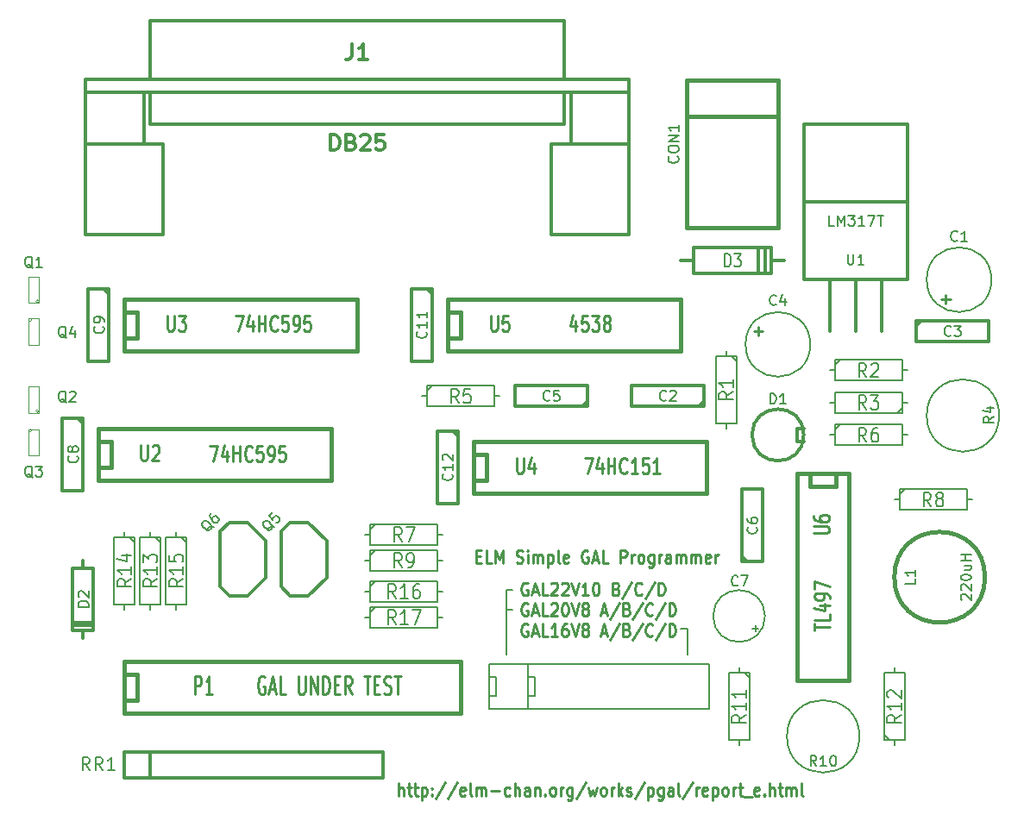
<source format=gto>
G04 (created by PCBNEW (2013-07-07 BZR 4022)-stable) date 07/04/2015 00:57:36*
%MOIN*%
G04 Gerber Fmt 3.4, Leading zero omitted, Abs format*
%FSLAX34Y34*%
G01*
G70*
G90*
G04 APERTURE LIST*
%ADD10C,0.00590551*%
%ADD11C,0.00787402*%
%ADD12C,0.0108268*%
%ADD13C,0.015*%
%ADD14C,0.012*%
%ADD15C,0.0031*%
%ADD16C,0.008*%
%ADD17C,0.005*%
%ADD18C,0.01125*%
%ADD19C,0.0075*%
G04 APERTURE END LIST*
G54D10*
G54D11*
X79500Y-64000D02*
X79250Y-64000D01*
X79250Y-63250D02*
X79250Y-65750D01*
X79500Y-63250D02*
X79250Y-63250D01*
X86250Y-64750D02*
X86250Y-65750D01*
X86000Y-64750D02*
X86250Y-64750D01*
X80350Y-67350D02*
X80100Y-67350D01*
X80350Y-66600D02*
X80350Y-67350D01*
X80100Y-66600D02*
X80350Y-66600D01*
X80100Y-66100D02*
X80100Y-67850D01*
X78850Y-67350D02*
X78600Y-67350D01*
X78850Y-66600D02*
X78850Y-67350D01*
X78600Y-66600D02*
X78850Y-66600D01*
X78600Y-66100D02*
X78600Y-66600D01*
X78600Y-67850D02*
X78600Y-66100D01*
X87100Y-67850D02*
X78600Y-67850D01*
X87100Y-66100D02*
X87100Y-67850D01*
X78600Y-66100D02*
X87100Y-66100D01*
G54D12*
X75103Y-71199D02*
X75103Y-70707D01*
X75288Y-71199D02*
X75288Y-70941D01*
X75268Y-70894D01*
X75226Y-70871D01*
X75164Y-70871D01*
X75123Y-70894D01*
X75103Y-70917D01*
X75433Y-70871D02*
X75598Y-70871D01*
X75494Y-70707D02*
X75494Y-71128D01*
X75515Y-71175D01*
X75556Y-71199D01*
X75598Y-71199D01*
X75680Y-70871D02*
X75845Y-70871D01*
X75742Y-70707D02*
X75742Y-71128D01*
X75763Y-71175D01*
X75804Y-71199D01*
X75845Y-71199D01*
X75989Y-70871D02*
X75989Y-71363D01*
X75989Y-70894D02*
X76031Y-70871D01*
X76113Y-70871D01*
X76154Y-70894D01*
X76175Y-70917D01*
X76196Y-70964D01*
X76196Y-71105D01*
X76175Y-71152D01*
X76154Y-71175D01*
X76113Y-71199D01*
X76031Y-71199D01*
X75989Y-71175D01*
X76381Y-71152D02*
X76402Y-71175D01*
X76381Y-71199D01*
X76361Y-71175D01*
X76381Y-71152D01*
X76381Y-71199D01*
X76381Y-70894D02*
X76402Y-70917D01*
X76381Y-70941D01*
X76361Y-70917D01*
X76381Y-70894D01*
X76381Y-70941D01*
X76897Y-70683D02*
X76526Y-71316D01*
X77350Y-70683D02*
X76979Y-71316D01*
X77660Y-71175D02*
X77619Y-71199D01*
X77536Y-71199D01*
X77495Y-71175D01*
X77474Y-71128D01*
X77474Y-70941D01*
X77495Y-70894D01*
X77536Y-70871D01*
X77619Y-70871D01*
X77660Y-70894D01*
X77680Y-70941D01*
X77680Y-70988D01*
X77474Y-71035D01*
X77928Y-71199D02*
X77887Y-71175D01*
X77866Y-71128D01*
X77866Y-70707D01*
X78093Y-71199D02*
X78093Y-70871D01*
X78093Y-70917D02*
X78113Y-70894D01*
X78155Y-70871D01*
X78217Y-70871D01*
X78258Y-70894D01*
X78278Y-70941D01*
X78278Y-71199D01*
X78278Y-70941D02*
X78299Y-70894D01*
X78340Y-70871D01*
X78402Y-70871D01*
X78443Y-70894D01*
X78464Y-70941D01*
X78464Y-71199D01*
X78670Y-71011D02*
X79000Y-71011D01*
X79392Y-71175D02*
X79351Y-71199D01*
X79268Y-71199D01*
X79227Y-71175D01*
X79206Y-71152D01*
X79186Y-71105D01*
X79186Y-70964D01*
X79206Y-70917D01*
X79227Y-70894D01*
X79268Y-70871D01*
X79351Y-70871D01*
X79392Y-70894D01*
X79578Y-71199D02*
X79578Y-70707D01*
X79763Y-71199D02*
X79763Y-70941D01*
X79743Y-70894D01*
X79701Y-70871D01*
X79640Y-70871D01*
X79598Y-70894D01*
X79578Y-70917D01*
X80155Y-71199D02*
X80155Y-70941D01*
X80134Y-70894D01*
X80093Y-70871D01*
X80011Y-70871D01*
X79970Y-70894D01*
X80155Y-71175D02*
X80114Y-71199D01*
X80011Y-71199D01*
X79970Y-71175D01*
X79949Y-71128D01*
X79949Y-71082D01*
X79970Y-71035D01*
X80011Y-71011D01*
X80114Y-71011D01*
X80155Y-70988D01*
X80361Y-70871D02*
X80361Y-71199D01*
X80361Y-70917D02*
X80382Y-70894D01*
X80423Y-70871D01*
X80485Y-70871D01*
X80526Y-70894D01*
X80547Y-70941D01*
X80547Y-71199D01*
X80753Y-71152D02*
X80774Y-71175D01*
X80753Y-71199D01*
X80733Y-71175D01*
X80753Y-71152D01*
X80753Y-71199D01*
X81021Y-71199D02*
X80980Y-71175D01*
X80959Y-71152D01*
X80939Y-71105D01*
X80939Y-70964D01*
X80959Y-70917D01*
X80980Y-70894D01*
X81021Y-70871D01*
X81083Y-70871D01*
X81124Y-70894D01*
X81145Y-70917D01*
X81166Y-70964D01*
X81166Y-71105D01*
X81145Y-71152D01*
X81124Y-71175D01*
X81083Y-71199D01*
X81021Y-71199D01*
X81351Y-71199D02*
X81351Y-70871D01*
X81351Y-70964D02*
X81372Y-70917D01*
X81392Y-70894D01*
X81434Y-70871D01*
X81475Y-70871D01*
X81805Y-70871D02*
X81805Y-71269D01*
X81784Y-71316D01*
X81764Y-71339D01*
X81722Y-71363D01*
X81661Y-71363D01*
X81619Y-71339D01*
X81805Y-71175D02*
X81764Y-71199D01*
X81681Y-71199D01*
X81640Y-71175D01*
X81619Y-71152D01*
X81599Y-71105D01*
X81599Y-70964D01*
X81619Y-70917D01*
X81640Y-70894D01*
X81681Y-70871D01*
X81764Y-70871D01*
X81805Y-70894D01*
X82320Y-70683D02*
X81949Y-71316D01*
X82424Y-70871D02*
X82506Y-71199D01*
X82589Y-70964D01*
X82671Y-71199D01*
X82754Y-70871D01*
X82980Y-71199D02*
X82939Y-71175D01*
X82919Y-71152D01*
X82898Y-71105D01*
X82898Y-70964D01*
X82919Y-70917D01*
X82939Y-70894D01*
X82980Y-70871D01*
X83042Y-70871D01*
X83083Y-70894D01*
X83104Y-70917D01*
X83125Y-70964D01*
X83125Y-71105D01*
X83104Y-71152D01*
X83083Y-71175D01*
X83042Y-71199D01*
X82980Y-71199D01*
X83310Y-71199D02*
X83310Y-70871D01*
X83310Y-70964D02*
X83331Y-70917D01*
X83352Y-70894D01*
X83393Y-70871D01*
X83434Y-70871D01*
X83578Y-71199D02*
X83578Y-70707D01*
X83620Y-71011D02*
X83743Y-71199D01*
X83743Y-70871D02*
X83578Y-71058D01*
X83908Y-71175D02*
X83950Y-71199D01*
X84032Y-71199D01*
X84073Y-71175D01*
X84094Y-71128D01*
X84094Y-71105D01*
X84073Y-71058D01*
X84032Y-71035D01*
X83970Y-71035D01*
X83929Y-71011D01*
X83908Y-70964D01*
X83908Y-70941D01*
X83929Y-70894D01*
X83970Y-70871D01*
X84032Y-70871D01*
X84073Y-70894D01*
X84589Y-70683D02*
X84218Y-71316D01*
X84733Y-70871D02*
X84733Y-71363D01*
X84733Y-70894D02*
X84775Y-70871D01*
X84857Y-70871D01*
X84898Y-70894D01*
X84919Y-70917D01*
X84940Y-70964D01*
X84940Y-71105D01*
X84919Y-71152D01*
X84898Y-71175D01*
X84857Y-71199D01*
X84775Y-71199D01*
X84733Y-71175D01*
X85311Y-70871D02*
X85311Y-71269D01*
X85290Y-71316D01*
X85269Y-71339D01*
X85228Y-71363D01*
X85166Y-71363D01*
X85125Y-71339D01*
X85311Y-71175D02*
X85269Y-71199D01*
X85187Y-71199D01*
X85146Y-71175D01*
X85125Y-71152D01*
X85104Y-71105D01*
X85104Y-70964D01*
X85125Y-70917D01*
X85146Y-70894D01*
X85187Y-70871D01*
X85269Y-70871D01*
X85311Y-70894D01*
X85703Y-71199D02*
X85703Y-70941D01*
X85682Y-70894D01*
X85641Y-70871D01*
X85558Y-70871D01*
X85517Y-70894D01*
X85703Y-71175D02*
X85661Y-71199D01*
X85558Y-71199D01*
X85517Y-71175D01*
X85496Y-71128D01*
X85496Y-71082D01*
X85517Y-71035D01*
X85558Y-71011D01*
X85661Y-71011D01*
X85703Y-70988D01*
X85971Y-71199D02*
X85929Y-71175D01*
X85909Y-71128D01*
X85909Y-70707D01*
X86445Y-70683D02*
X86074Y-71316D01*
X86589Y-71199D02*
X86589Y-70871D01*
X86589Y-70964D02*
X86610Y-70917D01*
X86631Y-70894D01*
X86672Y-70871D01*
X86713Y-70871D01*
X87022Y-71175D02*
X86981Y-71199D01*
X86899Y-71199D01*
X86857Y-71175D01*
X86837Y-71128D01*
X86837Y-70941D01*
X86857Y-70894D01*
X86899Y-70871D01*
X86981Y-70871D01*
X87022Y-70894D01*
X87043Y-70941D01*
X87043Y-70988D01*
X86837Y-71035D01*
X87229Y-70871D02*
X87229Y-71363D01*
X87229Y-70894D02*
X87270Y-70871D01*
X87352Y-70871D01*
X87394Y-70894D01*
X87414Y-70917D01*
X87435Y-70964D01*
X87435Y-71105D01*
X87414Y-71152D01*
X87394Y-71175D01*
X87352Y-71199D01*
X87270Y-71199D01*
X87229Y-71175D01*
X87682Y-71199D02*
X87641Y-71175D01*
X87620Y-71152D01*
X87600Y-71105D01*
X87600Y-70964D01*
X87620Y-70917D01*
X87641Y-70894D01*
X87682Y-70871D01*
X87744Y-70871D01*
X87785Y-70894D01*
X87806Y-70917D01*
X87827Y-70964D01*
X87827Y-71105D01*
X87806Y-71152D01*
X87785Y-71175D01*
X87744Y-71199D01*
X87682Y-71199D01*
X88012Y-71199D02*
X88012Y-70871D01*
X88012Y-70964D02*
X88033Y-70917D01*
X88053Y-70894D01*
X88095Y-70871D01*
X88136Y-70871D01*
X88218Y-70871D02*
X88383Y-70871D01*
X88280Y-70707D02*
X88280Y-71128D01*
X88301Y-71175D01*
X88342Y-71199D01*
X88383Y-71199D01*
X88425Y-71246D02*
X88755Y-71246D01*
X89023Y-71175D02*
X88982Y-71199D01*
X88899Y-71199D01*
X88858Y-71175D01*
X88837Y-71128D01*
X88837Y-70941D01*
X88858Y-70894D01*
X88899Y-70871D01*
X88982Y-70871D01*
X89023Y-70894D01*
X89043Y-70941D01*
X89043Y-70988D01*
X88837Y-71035D01*
X89229Y-71152D02*
X89250Y-71175D01*
X89229Y-71199D01*
X89208Y-71175D01*
X89229Y-71152D01*
X89229Y-71199D01*
X89435Y-71199D02*
X89435Y-70707D01*
X89621Y-71199D02*
X89621Y-70941D01*
X89600Y-70894D01*
X89559Y-70871D01*
X89497Y-70871D01*
X89456Y-70894D01*
X89435Y-70917D01*
X89765Y-70871D02*
X89930Y-70871D01*
X89827Y-70707D02*
X89827Y-71128D01*
X89848Y-71175D01*
X89889Y-71199D01*
X89930Y-71199D01*
X90074Y-71199D02*
X90074Y-70871D01*
X90074Y-70917D02*
X90095Y-70894D01*
X90136Y-70871D01*
X90198Y-70871D01*
X90239Y-70894D01*
X90260Y-70941D01*
X90260Y-71199D01*
X90260Y-70941D02*
X90281Y-70894D01*
X90322Y-70871D01*
X90384Y-70871D01*
X90425Y-70894D01*
X90446Y-70941D01*
X90446Y-71199D01*
X90714Y-71199D02*
X90673Y-71175D01*
X90652Y-71128D01*
X90652Y-70707D01*
X80079Y-62980D02*
X80038Y-62957D01*
X79976Y-62957D01*
X79914Y-62980D01*
X79873Y-63027D01*
X79853Y-63074D01*
X79832Y-63167D01*
X79832Y-63238D01*
X79853Y-63332D01*
X79873Y-63378D01*
X79914Y-63425D01*
X79976Y-63449D01*
X80018Y-63449D01*
X80079Y-63425D01*
X80100Y-63402D01*
X80100Y-63238D01*
X80018Y-63238D01*
X80265Y-63308D02*
X80471Y-63308D01*
X80224Y-63449D02*
X80368Y-62957D01*
X80513Y-63449D01*
X80863Y-63449D02*
X80657Y-63449D01*
X80657Y-62957D01*
X80987Y-63003D02*
X81007Y-62980D01*
X81049Y-62957D01*
X81152Y-62957D01*
X81193Y-62980D01*
X81214Y-63003D01*
X81234Y-63050D01*
X81234Y-63097D01*
X81214Y-63167D01*
X80966Y-63449D01*
X81234Y-63449D01*
X81399Y-63003D02*
X81420Y-62980D01*
X81461Y-62957D01*
X81564Y-62957D01*
X81606Y-62980D01*
X81626Y-63003D01*
X81647Y-63050D01*
X81647Y-63097D01*
X81626Y-63167D01*
X81379Y-63449D01*
X81647Y-63449D01*
X81770Y-62957D02*
X81915Y-63449D01*
X82059Y-62957D01*
X82430Y-63449D02*
X82183Y-63449D01*
X82307Y-63449D02*
X82307Y-62957D01*
X82265Y-63027D01*
X82224Y-63074D01*
X82183Y-63097D01*
X82699Y-62957D02*
X82740Y-62957D01*
X82781Y-62980D01*
X82802Y-63003D01*
X82822Y-63050D01*
X82843Y-63144D01*
X82843Y-63261D01*
X82822Y-63355D01*
X82802Y-63402D01*
X82781Y-63425D01*
X82740Y-63449D01*
X82699Y-63449D01*
X82657Y-63425D01*
X82637Y-63402D01*
X82616Y-63355D01*
X82595Y-63261D01*
X82595Y-63144D01*
X82616Y-63050D01*
X82637Y-63003D01*
X82657Y-62980D01*
X82699Y-62957D01*
X83503Y-63191D02*
X83565Y-63214D01*
X83585Y-63238D01*
X83606Y-63285D01*
X83606Y-63355D01*
X83585Y-63402D01*
X83565Y-63425D01*
X83523Y-63449D01*
X83358Y-63449D01*
X83358Y-62957D01*
X83503Y-62957D01*
X83544Y-62980D01*
X83565Y-63003D01*
X83585Y-63050D01*
X83585Y-63097D01*
X83565Y-63144D01*
X83544Y-63167D01*
X83503Y-63191D01*
X83358Y-63191D01*
X84101Y-62933D02*
X83730Y-63566D01*
X84493Y-63402D02*
X84472Y-63425D01*
X84410Y-63449D01*
X84369Y-63449D01*
X84307Y-63425D01*
X84266Y-63378D01*
X84245Y-63332D01*
X84225Y-63238D01*
X84225Y-63167D01*
X84245Y-63074D01*
X84266Y-63027D01*
X84307Y-62980D01*
X84369Y-62957D01*
X84410Y-62957D01*
X84472Y-62980D01*
X84493Y-63003D01*
X84988Y-62933D02*
X84616Y-63566D01*
X85132Y-63449D02*
X85132Y-62957D01*
X85235Y-62957D01*
X85297Y-62980D01*
X85338Y-63027D01*
X85359Y-63074D01*
X85379Y-63167D01*
X85379Y-63238D01*
X85359Y-63332D01*
X85338Y-63378D01*
X85297Y-63425D01*
X85235Y-63449D01*
X85132Y-63449D01*
X80079Y-63777D02*
X80038Y-63754D01*
X79976Y-63754D01*
X79914Y-63777D01*
X79873Y-63824D01*
X79853Y-63871D01*
X79832Y-63965D01*
X79832Y-64035D01*
X79853Y-64129D01*
X79873Y-64176D01*
X79914Y-64223D01*
X79976Y-64246D01*
X80018Y-64246D01*
X80079Y-64223D01*
X80100Y-64199D01*
X80100Y-64035D01*
X80018Y-64035D01*
X80265Y-64105D02*
X80471Y-64105D01*
X80224Y-64246D02*
X80368Y-63754D01*
X80513Y-64246D01*
X80863Y-64246D02*
X80657Y-64246D01*
X80657Y-63754D01*
X80987Y-63801D02*
X81007Y-63777D01*
X81049Y-63754D01*
X81152Y-63754D01*
X81193Y-63777D01*
X81214Y-63801D01*
X81234Y-63848D01*
X81234Y-63894D01*
X81214Y-63965D01*
X80966Y-64246D01*
X81234Y-64246D01*
X81502Y-63754D02*
X81544Y-63754D01*
X81585Y-63777D01*
X81606Y-63801D01*
X81626Y-63848D01*
X81647Y-63941D01*
X81647Y-64058D01*
X81626Y-64152D01*
X81606Y-64199D01*
X81585Y-64223D01*
X81544Y-64246D01*
X81502Y-64246D01*
X81461Y-64223D01*
X81441Y-64199D01*
X81420Y-64152D01*
X81399Y-64058D01*
X81399Y-63941D01*
X81420Y-63848D01*
X81441Y-63801D01*
X81461Y-63777D01*
X81502Y-63754D01*
X81770Y-63754D02*
X81915Y-64246D01*
X82059Y-63754D01*
X82265Y-63965D02*
X82224Y-63941D01*
X82204Y-63918D01*
X82183Y-63871D01*
X82183Y-63848D01*
X82204Y-63801D01*
X82224Y-63777D01*
X82265Y-63754D01*
X82348Y-63754D01*
X82389Y-63777D01*
X82410Y-63801D01*
X82430Y-63848D01*
X82430Y-63871D01*
X82410Y-63918D01*
X82389Y-63941D01*
X82348Y-63965D01*
X82265Y-63965D01*
X82224Y-63988D01*
X82204Y-64012D01*
X82183Y-64058D01*
X82183Y-64152D01*
X82204Y-64199D01*
X82224Y-64223D01*
X82265Y-64246D01*
X82348Y-64246D01*
X82389Y-64223D01*
X82410Y-64199D01*
X82430Y-64152D01*
X82430Y-64058D01*
X82410Y-64012D01*
X82389Y-63988D01*
X82348Y-63965D01*
X82925Y-64105D02*
X83132Y-64105D01*
X82884Y-64246D02*
X83028Y-63754D01*
X83173Y-64246D01*
X83627Y-63730D02*
X83255Y-64363D01*
X83915Y-63988D02*
X83977Y-64012D01*
X83998Y-64035D01*
X84018Y-64082D01*
X84018Y-64152D01*
X83998Y-64199D01*
X83977Y-64223D01*
X83936Y-64246D01*
X83771Y-64246D01*
X83771Y-63754D01*
X83915Y-63754D01*
X83956Y-63777D01*
X83977Y-63801D01*
X83998Y-63848D01*
X83998Y-63894D01*
X83977Y-63941D01*
X83956Y-63965D01*
X83915Y-63988D01*
X83771Y-63988D01*
X84513Y-63730D02*
X84142Y-64363D01*
X84905Y-64199D02*
X84884Y-64223D01*
X84823Y-64246D01*
X84781Y-64246D01*
X84720Y-64223D01*
X84678Y-64176D01*
X84658Y-64129D01*
X84637Y-64035D01*
X84637Y-63965D01*
X84658Y-63871D01*
X84678Y-63824D01*
X84720Y-63777D01*
X84781Y-63754D01*
X84823Y-63754D01*
X84884Y-63777D01*
X84905Y-63801D01*
X85400Y-63730D02*
X85029Y-64363D01*
X85544Y-64246D02*
X85544Y-63754D01*
X85648Y-63754D01*
X85709Y-63777D01*
X85751Y-63824D01*
X85771Y-63871D01*
X85792Y-63965D01*
X85792Y-64035D01*
X85771Y-64129D01*
X85751Y-64176D01*
X85709Y-64223D01*
X85648Y-64246D01*
X85544Y-64246D01*
X80079Y-64574D02*
X80038Y-64551D01*
X79976Y-64551D01*
X79914Y-64574D01*
X79873Y-64621D01*
X79853Y-64668D01*
X79832Y-64762D01*
X79832Y-64832D01*
X79853Y-64926D01*
X79873Y-64973D01*
X79914Y-65020D01*
X79976Y-65043D01*
X80018Y-65043D01*
X80079Y-65020D01*
X80100Y-64996D01*
X80100Y-64832D01*
X80018Y-64832D01*
X80265Y-64903D02*
X80471Y-64903D01*
X80224Y-65043D02*
X80368Y-64551D01*
X80513Y-65043D01*
X80863Y-65043D02*
X80657Y-65043D01*
X80657Y-64551D01*
X81234Y-65043D02*
X80987Y-65043D01*
X81111Y-65043D02*
X81111Y-64551D01*
X81069Y-64621D01*
X81028Y-64668D01*
X80987Y-64692D01*
X81606Y-64551D02*
X81523Y-64551D01*
X81482Y-64574D01*
X81461Y-64598D01*
X81420Y-64668D01*
X81399Y-64762D01*
X81399Y-64949D01*
X81420Y-64996D01*
X81441Y-65020D01*
X81482Y-65043D01*
X81564Y-65043D01*
X81606Y-65020D01*
X81626Y-64996D01*
X81647Y-64949D01*
X81647Y-64832D01*
X81626Y-64785D01*
X81606Y-64762D01*
X81564Y-64739D01*
X81482Y-64739D01*
X81441Y-64762D01*
X81420Y-64785D01*
X81399Y-64832D01*
X81770Y-64551D02*
X81915Y-65043D01*
X82059Y-64551D01*
X82265Y-64762D02*
X82224Y-64739D01*
X82204Y-64715D01*
X82183Y-64668D01*
X82183Y-64645D01*
X82204Y-64598D01*
X82224Y-64574D01*
X82265Y-64551D01*
X82348Y-64551D01*
X82389Y-64574D01*
X82410Y-64598D01*
X82430Y-64645D01*
X82430Y-64668D01*
X82410Y-64715D01*
X82389Y-64739D01*
X82348Y-64762D01*
X82265Y-64762D01*
X82224Y-64785D01*
X82204Y-64809D01*
X82183Y-64856D01*
X82183Y-64949D01*
X82204Y-64996D01*
X82224Y-65020D01*
X82265Y-65043D01*
X82348Y-65043D01*
X82389Y-65020D01*
X82410Y-64996D01*
X82430Y-64949D01*
X82430Y-64856D01*
X82410Y-64809D01*
X82389Y-64785D01*
X82348Y-64762D01*
X82925Y-64903D02*
X83132Y-64903D01*
X82884Y-65043D02*
X83028Y-64551D01*
X83173Y-65043D01*
X83627Y-64528D02*
X83255Y-65160D01*
X83915Y-64785D02*
X83977Y-64809D01*
X83998Y-64832D01*
X84018Y-64879D01*
X84018Y-64949D01*
X83998Y-64996D01*
X83977Y-65020D01*
X83936Y-65043D01*
X83771Y-65043D01*
X83771Y-64551D01*
X83915Y-64551D01*
X83956Y-64574D01*
X83977Y-64598D01*
X83998Y-64645D01*
X83998Y-64692D01*
X83977Y-64739D01*
X83956Y-64762D01*
X83915Y-64785D01*
X83771Y-64785D01*
X84513Y-64528D02*
X84142Y-65160D01*
X84905Y-64996D02*
X84884Y-65020D01*
X84823Y-65043D01*
X84781Y-65043D01*
X84720Y-65020D01*
X84678Y-64973D01*
X84658Y-64926D01*
X84637Y-64832D01*
X84637Y-64762D01*
X84658Y-64668D01*
X84678Y-64621D01*
X84720Y-64574D01*
X84781Y-64551D01*
X84823Y-64551D01*
X84884Y-64574D01*
X84905Y-64598D01*
X85400Y-64528D02*
X85029Y-65160D01*
X85544Y-65043D02*
X85544Y-64551D01*
X85648Y-64551D01*
X85709Y-64574D01*
X85751Y-64621D01*
X85771Y-64668D01*
X85792Y-64762D01*
X85792Y-64832D01*
X85771Y-64926D01*
X85751Y-64973D01*
X85709Y-65020D01*
X85648Y-65043D01*
X85544Y-65043D01*
X78099Y-61941D02*
X78244Y-61941D01*
X78305Y-62199D02*
X78099Y-62199D01*
X78099Y-61707D01*
X78305Y-61707D01*
X78697Y-62199D02*
X78491Y-62199D01*
X78491Y-61707D01*
X78842Y-62199D02*
X78842Y-61707D01*
X78986Y-62058D01*
X79130Y-61707D01*
X79130Y-62199D01*
X79646Y-62175D02*
X79708Y-62199D01*
X79811Y-62199D01*
X79852Y-62175D01*
X79873Y-62152D01*
X79893Y-62105D01*
X79893Y-62058D01*
X79873Y-62011D01*
X79852Y-61988D01*
X79811Y-61964D01*
X79728Y-61941D01*
X79687Y-61917D01*
X79666Y-61894D01*
X79646Y-61847D01*
X79646Y-61800D01*
X79666Y-61753D01*
X79687Y-61730D01*
X79728Y-61707D01*
X79831Y-61707D01*
X79893Y-61730D01*
X80079Y-62199D02*
X80079Y-61871D01*
X80079Y-61707D02*
X80058Y-61730D01*
X80079Y-61753D01*
X80100Y-61730D01*
X80079Y-61707D01*
X80079Y-61753D01*
X80285Y-62199D02*
X80285Y-61871D01*
X80285Y-61917D02*
X80306Y-61894D01*
X80347Y-61871D01*
X80409Y-61871D01*
X80450Y-61894D01*
X80471Y-61941D01*
X80471Y-62199D01*
X80471Y-61941D02*
X80491Y-61894D01*
X80533Y-61871D01*
X80594Y-61871D01*
X80636Y-61894D01*
X80656Y-61941D01*
X80656Y-62199D01*
X80863Y-61871D02*
X80863Y-62363D01*
X80863Y-61894D02*
X80904Y-61871D01*
X80986Y-61871D01*
X81028Y-61894D01*
X81048Y-61917D01*
X81069Y-61964D01*
X81069Y-62105D01*
X81048Y-62152D01*
X81028Y-62175D01*
X80986Y-62199D01*
X80904Y-62199D01*
X80863Y-62175D01*
X81316Y-62199D02*
X81275Y-62175D01*
X81254Y-62128D01*
X81254Y-61707D01*
X81646Y-62175D02*
X81605Y-62199D01*
X81522Y-62199D01*
X81481Y-62175D01*
X81461Y-62128D01*
X81461Y-61941D01*
X81481Y-61894D01*
X81522Y-61871D01*
X81605Y-61871D01*
X81646Y-61894D01*
X81667Y-61941D01*
X81667Y-61988D01*
X81461Y-62035D01*
X82409Y-61730D02*
X82368Y-61707D01*
X82306Y-61707D01*
X82244Y-61730D01*
X82203Y-61777D01*
X82182Y-61824D01*
X82162Y-61917D01*
X82162Y-61988D01*
X82182Y-62082D01*
X82203Y-62128D01*
X82244Y-62175D01*
X82306Y-62199D01*
X82347Y-62199D01*
X82409Y-62175D01*
X82430Y-62152D01*
X82430Y-61988D01*
X82347Y-61988D01*
X82595Y-62058D02*
X82801Y-62058D01*
X82554Y-62199D02*
X82698Y-61707D01*
X82842Y-62199D01*
X83193Y-62199D02*
X82987Y-62199D01*
X82987Y-61707D01*
X83667Y-62199D02*
X83667Y-61707D01*
X83832Y-61707D01*
X83873Y-61730D01*
X83894Y-61753D01*
X83915Y-61800D01*
X83915Y-61871D01*
X83894Y-61917D01*
X83873Y-61941D01*
X83832Y-61964D01*
X83667Y-61964D01*
X84100Y-62199D02*
X84100Y-61871D01*
X84100Y-61964D02*
X84121Y-61917D01*
X84142Y-61894D01*
X84183Y-61871D01*
X84224Y-61871D01*
X84430Y-62199D02*
X84389Y-62175D01*
X84368Y-62152D01*
X84348Y-62105D01*
X84348Y-61964D01*
X84368Y-61917D01*
X84389Y-61894D01*
X84430Y-61871D01*
X84492Y-61871D01*
X84533Y-61894D01*
X84554Y-61917D01*
X84575Y-61964D01*
X84575Y-62105D01*
X84554Y-62152D01*
X84533Y-62175D01*
X84492Y-62199D01*
X84430Y-62199D01*
X84946Y-61871D02*
X84946Y-62269D01*
X84925Y-62316D01*
X84905Y-62339D01*
X84863Y-62363D01*
X84801Y-62363D01*
X84760Y-62339D01*
X84946Y-62175D02*
X84905Y-62199D01*
X84822Y-62199D01*
X84781Y-62175D01*
X84760Y-62152D01*
X84740Y-62105D01*
X84740Y-61964D01*
X84760Y-61917D01*
X84781Y-61894D01*
X84822Y-61871D01*
X84905Y-61871D01*
X84946Y-61894D01*
X85152Y-62199D02*
X85152Y-61871D01*
X85152Y-61964D02*
X85173Y-61917D01*
X85193Y-61894D01*
X85235Y-61871D01*
X85276Y-61871D01*
X85606Y-62199D02*
X85606Y-61941D01*
X85585Y-61894D01*
X85544Y-61871D01*
X85461Y-61871D01*
X85420Y-61894D01*
X85606Y-62175D02*
X85564Y-62199D01*
X85461Y-62199D01*
X85420Y-62175D01*
X85399Y-62128D01*
X85399Y-62082D01*
X85420Y-62035D01*
X85461Y-62011D01*
X85564Y-62011D01*
X85606Y-61988D01*
X85812Y-62199D02*
X85812Y-61871D01*
X85812Y-61917D02*
X85833Y-61894D01*
X85874Y-61871D01*
X85936Y-61871D01*
X85977Y-61894D01*
X85998Y-61941D01*
X85998Y-62199D01*
X85998Y-61941D02*
X86018Y-61894D01*
X86059Y-61871D01*
X86121Y-61871D01*
X86163Y-61894D01*
X86183Y-61941D01*
X86183Y-62199D01*
X86389Y-62199D02*
X86389Y-61871D01*
X86389Y-61917D02*
X86410Y-61894D01*
X86451Y-61871D01*
X86513Y-61871D01*
X86554Y-61894D01*
X86575Y-61941D01*
X86575Y-62199D01*
X86575Y-61941D02*
X86596Y-61894D01*
X86637Y-61871D01*
X86699Y-61871D01*
X86740Y-61894D01*
X86761Y-61941D01*
X86761Y-62199D01*
X87132Y-62175D02*
X87091Y-62199D01*
X87008Y-62199D01*
X86967Y-62175D01*
X86946Y-62128D01*
X86946Y-61941D01*
X86967Y-61894D01*
X87008Y-61871D01*
X87091Y-61871D01*
X87132Y-61894D01*
X87152Y-61941D01*
X87152Y-61988D01*
X86946Y-62035D01*
X87338Y-62199D02*
X87338Y-61871D01*
X87338Y-61964D02*
X87359Y-61917D01*
X87379Y-61894D01*
X87420Y-61871D01*
X87462Y-61871D01*
G54D13*
X97750Y-62750D02*
G75*
G03X97750Y-62750I-1750J0D01*
G74*
G01*
G54D14*
X93750Y-53250D02*
X93750Y-51250D01*
X92750Y-53250D02*
X92750Y-51250D01*
X91750Y-53250D02*
X91750Y-51250D01*
X90750Y-51250D02*
X90750Y-45250D01*
X90750Y-45250D02*
X94750Y-45250D01*
X94750Y-45250D02*
X94750Y-51250D01*
X94750Y-51250D02*
X90750Y-51250D01*
X91250Y-48250D02*
X94750Y-48250D01*
X91250Y-48250D02*
X90750Y-48250D01*
G54D15*
X60924Y-52812D02*
G75*
G03X60924Y-52812I-62J0D01*
G74*
G01*
X61200Y-53775D02*
X60800Y-53775D01*
X61200Y-52750D02*
X60800Y-52750D01*
X60800Y-53775D02*
X60800Y-52750D01*
X61200Y-52750D02*
X61200Y-53775D01*
X60924Y-57087D02*
G75*
G03X60924Y-57087I-62J0D01*
G74*
G01*
X61200Y-58050D02*
X60800Y-58050D01*
X61200Y-57025D02*
X60800Y-57025D01*
X60800Y-58050D02*
X60800Y-57025D01*
X61200Y-57025D02*
X61200Y-58050D01*
X61200Y-56338D02*
G75*
G03X61200Y-56338I-62J0D01*
G74*
G01*
X60800Y-55375D02*
X61200Y-55375D01*
X60800Y-56400D02*
X61200Y-56400D01*
X61200Y-55375D02*
X61200Y-56400D01*
X60800Y-56400D02*
X60800Y-55375D01*
X61200Y-52088D02*
G75*
G03X61200Y-52088I-62J0D01*
G74*
G01*
X60800Y-51125D02*
X61200Y-51125D01*
X60800Y-52150D02*
X61200Y-52150D01*
X61200Y-51125D02*
X61200Y-52150D01*
X60800Y-52150D02*
X60800Y-51125D01*
G54D16*
X98300Y-56500D02*
G75*
G03X98300Y-56500I-1400J0D01*
G74*
G01*
X92900Y-68900D02*
G75*
G03X92900Y-68900I-1400J0D01*
G74*
G01*
X64500Y-61000D02*
X64500Y-61200D01*
X64500Y-64000D02*
X64500Y-63800D01*
X64500Y-63800D02*
X64900Y-63800D01*
X64900Y-63800D02*
X64900Y-61200D01*
X64900Y-61200D02*
X64100Y-61200D01*
X64100Y-61200D02*
X64100Y-63800D01*
X64100Y-63800D02*
X64500Y-63800D01*
X64700Y-61200D02*
X64900Y-61400D01*
X73800Y-61100D02*
X74000Y-61100D01*
X76800Y-61100D02*
X76600Y-61100D01*
X76600Y-61100D02*
X76600Y-60700D01*
X76600Y-60700D02*
X74000Y-60700D01*
X74000Y-60700D02*
X74000Y-61500D01*
X74000Y-61500D02*
X76600Y-61500D01*
X76600Y-61500D02*
X76600Y-61100D01*
X74000Y-60900D02*
X74200Y-60700D01*
X73800Y-62100D02*
X74000Y-62100D01*
X76800Y-62100D02*
X76600Y-62100D01*
X76600Y-62100D02*
X76600Y-61700D01*
X76600Y-61700D02*
X74000Y-61700D01*
X74000Y-61700D02*
X74000Y-62500D01*
X74000Y-62500D02*
X76600Y-62500D01*
X76600Y-62500D02*
X76600Y-62100D01*
X74000Y-61900D02*
X74200Y-61700D01*
X65500Y-61000D02*
X65500Y-61200D01*
X65500Y-64000D02*
X65500Y-63800D01*
X65500Y-63800D02*
X65900Y-63800D01*
X65900Y-63800D02*
X65900Y-61200D01*
X65900Y-61200D02*
X65100Y-61200D01*
X65100Y-61200D02*
X65100Y-63800D01*
X65100Y-63800D02*
X65500Y-63800D01*
X65700Y-61200D02*
X65900Y-61400D01*
X87750Y-54000D02*
X87750Y-54200D01*
X87750Y-57000D02*
X87750Y-56800D01*
X87750Y-56800D02*
X88150Y-56800D01*
X88150Y-56800D02*
X88150Y-54200D01*
X88150Y-54200D02*
X87350Y-54200D01*
X87350Y-54200D02*
X87350Y-56800D01*
X87350Y-56800D02*
X87750Y-56800D01*
X87950Y-54200D02*
X88150Y-54400D01*
X66500Y-61000D02*
X66500Y-61200D01*
X66500Y-64000D02*
X66500Y-63800D01*
X66500Y-63800D02*
X66900Y-63800D01*
X66900Y-63800D02*
X66900Y-61200D01*
X66900Y-61200D02*
X66100Y-61200D01*
X66100Y-61200D02*
X66100Y-63800D01*
X66100Y-63800D02*
X66500Y-63800D01*
X66700Y-61200D02*
X66900Y-61400D01*
X73800Y-64300D02*
X74000Y-64300D01*
X76800Y-64300D02*
X76600Y-64300D01*
X76600Y-64300D02*
X76600Y-63900D01*
X76600Y-63900D02*
X74000Y-63900D01*
X74000Y-63900D02*
X74000Y-64700D01*
X74000Y-64700D02*
X76600Y-64700D01*
X76600Y-64700D02*
X76600Y-64300D01*
X74000Y-64100D02*
X74200Y-63900D01*
X73800Y-63300D02*
X74000Y-63300D01*
X76800Y-63300D02*
X76600Y-63300D01*
X76600Y-63300D02*
X76600Y-62900D01*
X76600Y-62900D02*
X74000Y-62900D01*
X74000Y-62900D02*
X74000Y-63700D01*
X74000Y-63700D02*
X76600Y-63700D01*
X76600Y-63700D02*
X76600Y-63300D01*
X74000Y-63100D02*
X74200Y-62900D01*
X94750Y-56000D02*
X94550Y-56000D01*
X91750Y-56000D02*
X91950Y-56000D01*
X91950Y-56000D02*
X91950Y-56400D01*
X91950Y-56400D02*
X94550Y-56400D01*
X94550Y-56400D02*
X94550Y-55600D01*
X94550Y-55600D02*
X91950Y-55600D01*
X91950Y-55600D02*
X91950Y-56000D01*
X94550Y-56200D02*
X94350Y-56400D01*
X91750Y-54750D02*
X91950Y-54750D01*
X94750Y-54750D02*
X94550Y-54750D01*
X94550Y-54750D02*
X94550Y-54350D01*
X94550Y-54350D02*
X91950Y-54350D01*
X91950Y-54350D02*
X91950Y-55150D01*
X91950Y-55150D02*
X94550Y-55150D01*
X94550Y-55150D02*
X94550Y-54750D01*
X91950Y-54550D02*
X92150Y-54350D01*
X94250Y-69250D02*
X94250Y-69050D01*
X94250Y-66250D02*
X94250Y-66450D01*
X94250Y-66450D02*
X93850Y-66450D01*
X93850Y-66450D02*
X93850Y-69050D01*
X93850Y-69050D02*
X94650Y-69050D01*
X94650Y-69050D02*
X94650Y-66450D01*
X94650Y-66450D02*
X94250Y-66450D01*
X94050Y-69050D02*
X93850Y-68850D01*
X88250Y-66250D02*
X88250Y-66450D01*
X88250Y-69250D02*
X88250Y-69050D01*
X88250Y-69050D02*
X88650Y-69050D01*
X88650Y-69050D02*
X88650Y-66450D01*
X88650Y-66450D02*
X87850Y-66450D01*
X87850Y-66450D02*
X87850Y-69050D01*
X87850Y-69050D02*
X88250Y-69050D01*
X88450Y-66450D02*
X88650Y-66650D01*
X91750Y-57250D02*
X91950Y-57250D01*
X94750Y-57250D02*
X94550Y-57250D01*
X94550Y-57250D02*
X94550Y-56850D01*
X94550Y-56850D02*
X91950Y-56850D01*
X91950Y-56850D02*
X91950Y-57650D01*
X91950Y-57650D02*
X94550Y-57650D01*
X94550Y-57650D02*
X94550Y-57250D01*
X91950Y-57050D02*
X92150Y-56850D01*
X76000Y-55750D02*
X76200Y-55750D01*
X79000Y-55750D02*
X78800Y-55750D01*
X78800Y-55750D02*
X78800Y-55350D01*
X78800Y-55350D02*
X76200Y-55350D01*
X76200Y-55350D02*
X76200Y-56150D01*
X76200Y-56150D02*
X78800Y-56150D01*
X78800Y-56150D02*
X78800Y-55750D01*
X76200Y-55550D02*
X76400Y-55350D01*
X94250Y-59750D02*
X94450Y-59750D01*
X97250Y-59750D02*
X97050Y-59750D01*
X97050Y-59750D02*
X97050Y-59350D01*
X97050Y-59350D02*
X94450Y-59350D01*
X94450Y-59350D02*
X94450Y-60150D01*
X94450Y-60150D02*
X97050Y-60150D01*
X97050Y-60150D02*
X97050Y-59750D01*
X94450Y-59550D02*
X94650Y-59350D01*
G54D14*
X90750Y-57250D02*
G75*
G03X90750Y-57250I-1000J0D01*
G74*
G01*
X90750Y-57000D02*
X90500Y-57000D01*
X90500Y-57000D02*
X90500Y-57500D01*
X90500Y-57500D02*
X90750Y-57500D01*
G54D13*
X64500Y-66500D02*
X65000Y-66500D01*
X65000Y-66500D02*
X65000Y-67500D01*
X65000Y-67500D02*
X64500Y-67500D01*
X64500Y-67500D02*
X64500Y-67500D01*
X64500Y-66000D02*
X77500Y-66000D01*
X77500Y-66000D02*
X77500Y-68000D01*
X77500Y-68000D02*
X64500Y-68000D01*
X64500Y-68000D02*
X64500Y-66000D01*
X78000Y-58000D02*
X78000Y-58000D01*
X78000Y-58000D02*
X78500Y-58000D01*
X78500Y-58000D02*
X78500Y-59000D01*
X78500Y-59000D02*
X78000Y-59000D01*
X78000Y-57500D02*
X87000Y-57500D01*
X87000Y-57500D02*
X87000Y-59500D01*
X87000Y-59500D02*
X78000Y-59500D01*
X78000Y-59500D02*
X78000Y-57500D01*
X64500Y-52500D02*
X64500Y-52500D01*
X64500Y-52500D02*
X65000Y-52500D01*
X65000Y-52500D02*
X65000Y-53500D01*
X65000Y-53500D02*
X64500Y-53500D01*
X64500Y-52000D02*
X73500Y-52000D01*
X73500Y-52000D02*
X73500Y-54000D01*
X73500Y-54000D02*
X64500Y-54000D01*
X64500Y-54000D02*
X64500Y-52000D01*
X63500Y-57500D02*
X63500Y-57500D01*
X63500Y-57500D02*
X64000Y-57500D01*
X64000Y-57500D02*
X64000Y-58500D01*
X64000Y-58500D02*
X63500Y-58500D01*
X63500Y-57000D02*
X72500Y-57000D01*
X72500Y-57000D02*
X72500Y-59000D01*
X72500Y-59000D02*
X63500Y-59000D01*
X63500Y-59000D02*
X63500Y-57000D01*
X77000Y-52500D02*
X77000Y-52500D01*
X77000Y-52500D02*
X77500Y-52500D01*
X77500Y-52500D02*
X77500Y-53500D01*
X77500Y-53500D02*
X77000Y-53500D01*
X77000Y-52000D02*
X86000Y-52000D01*
X86000Y-52000D02*
X86000Y-54000D01*
X86000Y-54000D02*
X77000Y-54000D01*
X77000Y-54000D02*
X77000Y-52000D01*
X92500Y-58750D02*
X92500Y-66750D01*
X90500Y-66750D02*
X90500Y-58750D01*
X90500Y-58750D02*
X92500Y-58750D01*
X92000Y-58750D02*
X92000Y-59250D01*
X92000Y-59250D02*
X91000Y-59250D01*
X91000Y-59250D02*
X91000Y-58750D01*
X92500Y-66750D02*
X90500Y-66750D01*
G54D14*
X84000Y-44000D02*
X84000Y-49500D01*
X81000Y-46000D02*
X81000Y-49500D01*
X81750Y-44000D02*
X81750Y-46000D01*
X65250Y-44000D02*
X65250Y-46000D01*
X66000Y-46000D02*
X66000Y-49500D01*
X63000Y-49500D02*
X63000Y-44000D01*
X84000Y-46000D02*
X81000Y-46000D01*
X63000Y-46000D02*
X66000Y-46000D01*
X81500Y-45250D02*
X81500Y-44000D01*
X65500Y-45250D02*
X65500Y-44000D01*
X81500Y-41250D02*
X81500Y-43500D01*
X65500Y-41250D02*
X65500Y-43500D01*
X84000Y-44000D02*
X84000Y-43500D01*
X84000Y-43500D02*
X63000Y-43500D01*
X63000Y-43500D02*
X63000Y-44000D01*
X63000Y-44000D02*
X84000Y-44000D01*
X81000Y-49500D02*
X84000Y-49500D01*
X65500Y-45250D02*
X81500Y-45250D01*
X65500Y-41250D02*
X81500Y-41250D01*
X63000Y-49500D02*
X66000Y-49500D01*
X62900Y-65100D02*
X62900Y-64800D01*
X62900Y-64800D02*
X63300Y-64800D01*
X63300Y-64800D02*
X63300Y-62400D01*
X63300Y-62400D02*
X62900Y-62400D01*
X62900Y-62400D02*
X62900Y-62100D01*
X62900Y-62400D02*
X62500Y-62400D01*
X62500Y-62400D02*
X62500Y-64800D01*
X62500Y-64800D02*
X62900Y-64800D01*
X63300Y-64600D02*
X62500Y-64600D01*
X62500Y-64500D02*
X63300Y-64500D01*
X88350Y-62150D02*
X88350Y-59350D01*
X88350Y-59350D02*
X89150Y-59350D01*
X89150Y-59350D02*
X89150Y-62150D01*
X89150Y-62150D02*
X88350Y-62150D01*
X88550Y-62150D02*
X88350Y-61950D01*
X95100Y-52850D02*
X97900Y-52850D01*
X97900Y-52850D02*
X97900Y-53650D01*
X97900Y-53650D02*
X95100Y-53650D01*
X95100Y-53650D02*
X95100Y-52850D01*
X95100Y-53050D02*
X95300Y-52850D01*
X82400Y-56150D02*
X79600Y-56150D01*
X79600Y-56150D02*
X79600Y-55350D01*
X79600Y-55350D02*
X82400Y-55350D01*
X82400Y-55350D02*
X82400Y-56150D01*
X82400Y-55950D02*
X82200Y-56150D01*
X86900Y-56150D02*
X84100Y-56150D01*
X84100Y-56150D02*
X84100Y-55350D01*
X84100Y-55350D02*
X86900Y-55350D01*
X86900Y-55350D02*
X86900Y-56150D01*
X86900Y-55950D02*
X86700Y-56150D01*
X77400Y-57100D02*
X77400Y-59900D01*
X77400Y-59900D02*
X76600Y-59900D01*
X76600Y-59900D02*
X76600Y-57100D01*
X76600Y-57100D02*
X77400Y-57100D01*
X77200Y-57100D02*
X77400Y-57300D01*
X76400Y-51600D02*
X76400Y-54400D01*
X76400Y-54400D02*
X75600Y-54400D01*
X75600Y-54400D02*
X75600Y-51600D01*
X75600Y-51600D02*
X76400Y-51600D01*
X76200Y-51600D02*
X76400Y-51800D01*
X63900Y-51600D02*
X63900Y-54400D01*
X63900Y-54400D02*
X63100Y-54400D01*
X63100Y-54400D02*
X63100Y-51600D01*
X63100Y-51600D02*
X63900Y-51600D01*
X63700Y-51600D02*
X63900Y-51800D01*
X62900Y-56600D02*
X62900Y-59400D01*
X62900Y-59400D02*
X62100Y-59400D01*
X62100Y-59400D02*
X62100Y-56600D01*
X62100Y-56600D02*
X62900Y-56600D01*
X62700Y-56600D02*
X62900Y-56800D01*
G54D17*
X91000Y-53750D02*
G75*
G03X91000Y-53750I-1250J0D01*
G74*
G01*
X98000Y-51250D02*
G75*
G03X98000Y-51250I-1250J0D01*
G74*
G01*
X89251Y-64250D02*
G75*
G03X89251Y-64250I-1001J0D01*
G74*
G01*
G54D14*
X64500Y-70500D02*
X64500Y-69500D01*
X64500Y-69500D02*
X74500Y-69500D01*
X74500Y-69500D02*
X74500Y-70500D01*
X74500Y-70500D02*
X64500Y-70500D01*
X65500Y-70500D02*
X65500Y-69500D01*
X86500Y-50000D02*
X89500Y-50000D01*
X89500Y-50000D02*
X89500Y-51000D01*
X89500Y-51000D02*
X86500Y-51000D01*
X86500Y-51000D02*
X86500Y-50000D01*
X89250Y-50000D02*
X89250Y-51000D01*
X89000Y-51000D02*
X89000Y-50000D01*
X86500Y-50500D02*
X86000Y-50500D01*
X89500Y-50500D02*
X90000Y-50500D01*
G54D13*
X89772Y-44925D02*
X86228Y-44925D01*
X89772Y-43547D02*
X86228Y-43547D01*
X86228Y-43547D02*
X86228Y-49256D01*
X86228Y-49256D02*
X89772Y-49256D01*
X89772Y-49256D02*
X89772Y-43547D01*
G54D14*
X70546Y-60989D02*
X70546Y-63110D01*
X70546Y-63110D02*
X70900Y-63464D01*
X70900Y-63464D02*
X71607Y-63464D01*
X71607Y-63464D02*
X72314Y-62757D01*
X72314Y-62757D02*
X72314Y-61342D01*
X72314Y-61342D02*
X71607Y-60635D01*
X71607Y-60635D02*
X70900Y-60635D01*
X70900Y-60635D02*
X70546Y-60989D01*
X68196Y-60989D02*
X68196Y-63110D01*
X68196Y-63110D02*
X68550Y-63464D01*
X68550Y-63464D02*
X69257Y-63464D01*
X69257Y-63464D02*
X69964Y-62757D01*
X69964Y-62757D02*
X69964Y-61342D01*
X69964Y-61342D02*
X69257Y-60635D01*
X69257Y-60635D02*
X68550Y-60635D01*
X68550Y-60635D02*
X68196Y-60989D01*
G54D16*
X95066Y-62811D02*
X95066Y-63002D01*
X94666Y-63002D01*
X95066Y-62468D02*
X95066Y-62697D01*
X95066Y-62583D02*
X94666Y-62583D01*
X94724Y-62621D01*
X94762Y-62659D01*
X94781Y-62697D01*
X96850Y-63630D02*
X96830Y-63611D01*
X96811Y-63573D01*
X96811Y-63478D01*
X96830Y-63440D01*
X96850Y-63421D01*
X96888Y-63402D01*
X96926Y-63402D01*
X96983Y-63421D01*
X97211Y-63649D01*
X97211Y-63402D01*
X96850Y-63249D02*
X96830Y-63230D01*
X96811Y-63192D01*
X96811Y-63097D01*
X96830Y-63059D01*
X96850Y-63040D01*
X96888Y-63021D01*
X96926Y-63021D01*
X96983Y-63040D01*
X97211Y-63268D01*
X97211Y-63021D01*
X96811Y-62773D02*
X96811Y-62735D01*
X96830Y-62697D01*
X96850Y-62678D01*
X96888Y-62659D01*
X96964Y-62640D01*
X97059Y-62640D01*
X97135Y-62659D01*
X97173Y-62678D01*
X97192Y-62697D01*
X97211Y-62735D01*
X97211Y-62773D01*
X97192Y-62811D01*
X97173Y-62830D01*
X97135Y-62849D01*
X97059Y-62868D01*
X96964Y-62868D01*
X96888Y-62849D01*
X96850Y-62830D01*
X96830Y-62811D01*
X96811Y-62773D01*
X96945Y-62297D02*
X97211Y-62297D01*
X96945Y-62468D02*
X97154Y-62468D01*
X97192Y-62449D01*
X97211Y-62411D01*
X97211Y-62354D01*
X97192Y-62316D01*
X97173Y-62297D01*
X97211Y-62106D02*
X96811Y-62106D01*
X97002Y-62106D02*
X97002Y-61878D01*
X97211Y-61878D02*
X96811Y-61878D01*
X92445Y-50261D02*
X92445Y-50585D01*
X92464Y-50623D01*
X92483Y-50642D01*
X92521Y-50661D01*
X92597Y-50661D01*
X92635Y-50642D01*
X92654Y-50623D01*
X92673Y-50585D01*
X92673Y-50261D01*
X93073Y-50661D02*
X92845Y-50661D01*
X92959Y-50661D02*
X92959Y-50261D01*
X92921Y-50319D01*
X92883Y-50357D01*
X92845Y-50376D01*
X91921Y-49161D02*
X91730Y-49161D01*
X91730Y-48761D01*
X92054Y-49161D02*
X92054Y-48761D01*
X92188Y-49047D01*
X92321Y-48761D01*
X92321Y-49161D01*
X92473Y-48761D02*
X92721Y-48761D01*
X92588Y-48914D01*
X92645Y-48914D01*
X92683Y-48933D01*
X92702Y-48952D01*
X92721Y-48990D01*
X92721Y-49085D01*
X92702Y-49123D01*
X92683Y-49142D01*
X92645Y-49161D01*
X92530Y-49161D01*
X92492Y-49142D01*
X92473Y-49123D01*
X93102Y-49161D02*
X92873Y-49161D01*
X92988Y-49161D02*
X92988Y-48761D01*
X92950Y-48819D01*
X92911Y-48857D01*
X92873Y-48876D01*
X93235Y-48761D02*
X93502Y-48761D01*
X93330Y-49161D01*
X93597Y-48761D02*
X93826Y-48761D01*
X93711Y-49161D02*
X93711Y-48761D01*
X62261Y-53500D02*
X62223Y-53480D01*
X62185Y-53442D01*
X62128Y-53385D01*
X62090Y-53366D01*
X62052Y-53366D01*
X62071Y-53461D02*
X62033Y-53442D01*
X61995Y-53404D01*
X61976Y-53328D01*
X61976Y-53195D01*
X61995Y-53119D01*
X62033Y-53080D01*
X62071Y-53061D01*
X62147Y-53061D01*
X62185Y-53080D01*
X62223Y-53119D01*
X62242Y-53195D01*
X62242Y-53328D01*
X62223Y-53404D01*
X62185Y-53442D01*
X62147Y-53461D01*
X62071Y-53461D01*
X62585Y-53195D02*
X62585Y-53461D01*
X62490Y-53042D02*
X62395Y-53328D01*
X62642Y-53328D01*
X60961Y-58900D02*
X60923Y-58880D01*
X60885Y-58842D01*
X60828Y-58785D01*
X60790Y-58766D01*
X60752Y-58766D01*
X60771Y-58861D02*
X60733Y-58842D01*
X60695Y-58804D01*
X60676Y-58728D01*
X60676Y-58595D01*
X60695Y-58519D01*
X60733Y-58480D01*
X60771Y-58461D01*
X60847Y-58461D01*
X60885Y-58480D01*
X60923Y-58519D01*
X60942Y-58595D01*
X60942Y-58728D01*
X60923Y-58804D01*
X60885Y-58842D01*
X60847Y-58861D01*
X60771Y-58861D01*
X61076Y-58461D02*
X61323Y-58461D01*
X61190Y-58614D01*
X61247Y-58614D01*
X61285Y-58633D01*
X61304Y-58652D01*
X61323Y-58690D01*
X61323Y-58785D01*
X61304Y-58823D01*
X61285Y-58842D01*
X61247Y-58861D01*
X61133Y-58861D01*
X61095Y-58842D01*
X61076Y-58823D01*
X62261Y-56000D02*
X62223Y-55980D01*
X62185Y-55942D01*
X62128Y-55885D01*
X62090Y-55866D01*
X62052Y-55866D01*
X62071Y-55961D02*
X62033Y-55942D01*
X61995Y-55904D01*
X61976Y-55828D01*
X61976Y-55695D01*
X61995Y-55619D01*
X62033Y-55580D01*
X62071Y-55561D01*
X62147Y-55561D01*
X62185Y-55580D01*
X62223Y-55619D01*
X62242Y-55695D01*
X62242Y-55828D01*
X62223Y-55904D01*
X62185Y-55942D01*
X62147Y-55961D01*
X62071Y-55961D01*
X62395Y-55600D02*
X62414Y-55580D01*
X62452Y-55561D01*
X62547Y-55561D01*
X62585Y-55580D01*
X62604Y-55600D01*
X62623Y-55638D01*
X62623Y-55676D01*
X62604Y-55733D01*
X62376Y-55961D01*
X62623Y-55961D01*
X60961Y-50800D02*
X60923Y-50780D01*
X60885Y-50742D01*
X60828Y-50685D01*
X60790Y-50666D01*
X60752Y-50666D01*
X60771Y-50761D02*
X60733Y-50742D01*
X60695Y-50704D01*
X60676Y-50628D01*
X60676Y-50495D01*
X60695Y-50419D01*
X60733Y-50380D01*
X60771Y-50361D01*
X60847Y-50361D01*
X60885Y-50380D01*
X60923Y-50419D01*
X60942Y-50495D01*
X60942Y-50628D01*
X60923Y-50704D01*
X60885Y-50742D01*
X60847Y-50761D01*
X60771Y-50761D01*
X61323Y-50761D02*
X61095Y-50761D01*
X61209Y-50761D02*
X61209Y-50361D01*
X61171Y-50419D01*
X61133Y-50457D01*
X61095Y-50476D01*
X98081Y-56541D02*
X97891Y-56674D01*
X98081Y-56770D02*
X97681Y-56770D01*
X97681Y-56617D01*
X97700Y-56579D01*
X97720Y-56560D01*
X97758Y-56541D01*
X97815Y-56541D01*
X97853Y-56560D01*
X97872Y-56579D01*
X97891Y-56617D01*
X97891Y-56770D01*
X97815Y-56198D02*
X98081Y-56198D01*
X97662Y-56294D02*
X97948Y-56389D01*
X97948Y-56141D01*
X91242Y-70046D02*
X91109Y-69856D01*
X91014Y-70046D02*
X91014Y-69646D01*
X91166Y-69646D01*
X91204Y-69665D01*
X91223Y-69685D01*
X91242Y-69723D01*
X91242Y-69780D01*
X91223Y-69818D01*
X91204Y-69837D01*
X91166Y-69856D01*
X91014Y-69856D01*
X91623Y-70046D02*
X91395Y-70046D01*
X91509Y-70046D02*
X91509Y-69646D01*
X91471Y-69704D01*
X91433Y-69742D01*
X91395Y-69761D01*
X91871Y-69646D02*
X91909Y-69646D01*
X91947Y-69665D01*
X91966Y-69685D01*
X91985Y-69723D01*
X92004Y-69799D01*
X92004Y-69894D01*
X91985Y-69970D01*
X91966Y-70008D01*
X91947Y-70027D01*
X91909Y-70046D01*
X91871Y-70046D01*
X91833Y-70027D01*
X91814Y-70008D01*
X91795Y-69970D01*
X91776Y-69894D01*
X91776Y-69799D01*
X91795Y-69723D01*
X91814Y-69685D01*
X91833Y-69665D01*
X91871Y-69646D01*
X64772Y-62821D02*
X64510Y-62988D01*
X64772Y-63107D02*
X64222Y-63107D01*
X64222Y-62916D01*
X64248Y-62869D01*
X64275Y-62845D01*
X64327Y-62821D01*
X64405Y-62821D01*
X64458Y-62845D01*
X64484Y-62869D01*
X64510Y-62916D01*
X64510Y-63107D01*
X64772Y-62345D02*
X64772Y-62630D01*
X64772Y-62488D02*
X64222Y-62488D01*
X64301Y-62535D01*
X64353Y-62583D01*
X64379Y-62630D01*
X64405Y-61916D02*
X64772Y-61916D01*
X64196Y-62035D02*
X64589Y-62154D01*
X64589Y-61845D01*
X75216Y-61372D02*
X75050Y-61110D01*
X74930Y-61372D02*
X74930Y-60822D01*
X75121Y-60822D01*
X75169Y-60848D01*
X75192Y-60875D01*
X75216Y-60927D01*
X75216Y-61005D01*
X75192Y-61058D01*
X75169Y-61084D01*
X75121Y-61110D01*
X74930Y-61110D01*
X75383Y-60822D02*
X75716Y-60822D01*
X75502Y-61372D01*
X75216Y-62372D02*
X75050Y-62110D01*
X74930Y-62372D02*
X74930Y-61822D01*
X75121Y-61822D01*
X75169Y-61848D01*
X75192Y-61875D01*
X75216Y-61927D01*
X75216Y-62005D01*
X75192Y-62058D01*
X75169Y-62084D01*
X75121Y-62110D01*
X74930Y-62110D01*
X75454Y-62372D02*
X75550Y-62372D01*
X75597Y-62346D01*
X75621Y-62320D01*
X75669Y-62241D01*
X75692Y-62136D01*
X75692Y-61927D01*
X75669Y-61875D01*
X75645Y-61848D01*
X75597Y-61822D01*
X75502Y-61822D01*
X75454Y-61848D01*
X75430Y-61875D01*
X75407Y-61927D01*
X75407Y-62058D01*
X75430Y-62110D01*
X75454Y-62136D01*
X75502Y-62163D01*
X75597Y-62163D01*
X75645Y-62136D01*
X75669Y-62110D01*
X75692Y-62058D01*
X65772Y-62821D02*
X65510Y-62988D01*
X65772Y-63107D02*
X65222Y-63107D01*
X65222Y-62916D01*
X65248Y-62869D01*
X65275Y-62845D01*
X65327Y-62821D01*
X65405Y-62821D01*
X65458Y-62845D01*
X65484Y-62869D01*
X65510Y-62916D01*
X65510Y-63107D01*
X65772Y-62345D02*
X65772Y-62630D01*
X65772Y-62488D02*
X65222Y-62488D01*
X65301Y-62535D01*
X65353Y-62583D01*
X65379Y-62630D01*
X65222Y-62178D02*
X65222Y-61869D01*
X65432Y-62035D01*
X65432Y-61964D01*
X65458Y-61916D01*
X65484Y-61892D01*
X65536Y-61869D01*
X65667Y-61869D01*
X65720Y-61892D01*
X65746Y-61916D01*
X65772Y-61964D01*
X65772Y-62107D01*
X65746Y-62154D01*
X65720Y-62178D01*
X88022Y-55583D02*
X87760Y-55750D01*
X88022Y-55869D02*
X87472Y-55869D01*
X87472Y-55678D01*
X87498Y-55630D01*
X87525Y-55607D01*
X87577Y-55583D01*
X87655Y-55583D01*
X87708Y-55607D01*
X87734Y-55630D01*
X87760Y-55678D01*
X87760Y-55869D01*
X88022Y-55107D02*
X88022Y-55392D01*
X88022Y-55250D02*
X87472Y-55250D01*
X87551Y-55297D01*
X87603Y-55345D01*
X87629Y-55392D01*
X66772Y-62821D02*
X66510Y-62988D01*
X66772Y-63107D02*
X66222Y-63107D01*
X66222Y-62916D01*
X66248Y-62869D01*
X66275Y-62845D01*
X66327Y-62821D01*
X66405Y-62821D01*
X66458Y-62845D01*
X66484Y-62869D01*
X66510Y-62916D01*
X66510Y-63107D01*
X66772Y-62345D02*
X66772Y-62630D01*
X66772Y-62488D02*
X66222Y-62488D01*
X66301Y-62535D01*
X66353Y-62583D01*
X66379Y-62630D01*
X66222Y-61892D02*
X66222Y-62130D01*
X66484Y-62154D01*
X66458Y-62130D01*
X66432Y-62083D01*
X66432Y-61964D01*
X66458Y-61916D01*
X66484Y-61892D01*
X66536Y-61869D01*
X66667Y-61869D01*
X66720Y-61892D01*
X66746Y-61916D01*
X66772Y-61964D01*
X66772Y-62083D01*
X66746Y-62130D01*
X66720Y-62154D01*
X74978Y-64572D02*
X74811Y-64310D01*
X74692Y-64572D02*
X74692Y-64022D01*
X74883Y-64022D01*
X74930Y-64048D01*
X74954Y-64075D01*
X74978Y-64127D01*
X74978Y-64205D01*
X74954Y-64258D01*
X74930Y-64284D01*
X74883Y-64310D01*
X74692Y-64310D01*
X75454Y-64572D02*
X75169Y-64572D01*
X75311Y-64572D02*
X75311Y-64022D01*
X75264Y-64101D01*
X75216Y-64153D01*
X75169Y-64179D01*
X75621Y-64022D02*
X75954Y-64022D01*
X75740Y-64572D01*
X74978Y-63572D02*
X74811Y-63310D01*
X74692Y-63572D02*
X74692Y-63022D01*
X74883Y-63022D01*
X74930Y-63048D01*
X74954Y-63075D01*
X74978Y-63127D01*
X74978Y-63205D01*
X74954Y-63258D01*
X74930Y-63284D01*
X74883Y-63310D01*
X74692Y-63310D01*
X75454Y-63572D02*
X75169Y-63572D01*
X75311Y-63572D02*
X75311Y-63022D01*
X75264Y-63101D01*
X75216Y-63153D01*
X75169Y-63179D01*
X75883Y-63022D02*
X75788Y-63022D01*
X75740Y-63048D01*
X75716Y-63075D01*
X75669Y-63153D01*
X75645Y-63258D01*
X75645Y-63467D01*
X75669Y-63520D01*
X75692Y-63546D01*
X75740Y-63572D01*
X75835Y-63572D01*
X75883Y-63546D01*
X75907Y-63520D01*
X75930Y-63467D01*
X75930Y-63336D01*
X75907Y-63284D01*
X75883Y-63258D01*
X75835Y-63232D01*
X75740Y-63232D01*
X75692Y-63258D01*
X75669Y-63284D01*
X75645Y-63336D01*
X93166Y-56272D02*
X93000Y-56010D01*
X92880Y-56272D02*
X92880Y-55722D01*
X93071Y-55722D01*
X93119Y-55748D01*
X93142Y-55775D01*
X93166Y-55827D01*
X93166Y-55905D01*
X93142Y-55958D01*
X93119Y-55984D01*
X93071Y-56010D01*
X92880Y-56010D01*
X93333Y-55722D02*
X93642Y-55722D01*
X93476Y-55932D01*
X93547Y-55932D01*
X93595Y-55958D01*
X93619Y-55984D01*
X93642Y-56036D01*
X93642Y-56167D01*
X93619Y-56220D01*
X93595Y-56246D01*
X93547Y-56272D01*
X93404Y-56272D01*
X93357Y-56246D01*
X93333Y-56220D01*
X93166Y-55022D02*
X93000Y-54760D01*
X92880Y-55022D02*
X92880Y-54472D01*
X93071Y-54472D01*
X93119Y-54498D01*
X93142Y-54525D01*
X93166Y-54577D01*
X93166Y-54655D01*
X93142Y-54708D01*
X93119Y-54734D01*
X93071Y-54760D01*
X92880Y-54760D01*
X93357Y-54525D02*
X93380Y-54498D01*
X93428Y-54472D01*
X93547Y-54472D01*
X93595Y-54498D01*
X93619Y-54525D01*
X93642Y-54577D01*
X93642Y-54629D01*
X93619Y-54708D01*
X93333Y-55022D01*
X93642Y-55022D01*
X94522Y-68071D02*
X94260Y-68238D01*
X94522Y-68357D02*
X93972Y-68357D01*
X93972Y-68166D01*
X93998Y-68119D01*
X94025Y-68095D01*
X94077Y-68071D01*
X94155Y-68071D01*
X94208Y-68095D01*
X94234Y-68119D01*
X94260Y-68166D01*
X94260Y-68357D01*
X94522Y-67595D02*
X94522Y-67880D01*
X94522Y-67738D02*
X93972Y-67738D01*
X94051Y-67785D01*
X94103Y-67833D01*
X94129Y-67880D01*
X94025Y-67404D02*
X93998Y-67380D01*
X93972Y-67333D01*
X93972Y-67214D01*
X93998Y-67166D01*
X94025Y-67142D01*
X94077Y-67119D01*
X94129Y-67119D01*
X94208Y-67142D01*
X94522Y-67428D01*
X94522Y-67119D01*
X88522Y-68071D02*
X88260Y-68238D01*
X88522Y-68357D02*
X87972Y-68357D01*
X87972Y-68166D01*
X87998Y-68119D01*
X88025Y-68095D01*
X88077Y-68071D01*
X88155Y-68071D01*
X88208Y-68095D01*
X88234Y-68119D01*
X88260Y-68166D01*
X88260Y-68357D01*
X88522Y-67595D02*
X88522Y-67880D01*
X88522Y-67738D02*
X87972Y-67738D01*
X88051Y-67785D01*
X88103Y-67833D01*
X88129Y-67880D01*
X88522Y-67119D02*
X88522Y-67404D01*
X88522Y-67261D02*
X87972Y-67261D01*
X88051Y-67309D01*
X88103Y-67357D01*
X88129Y-67404D01*
X93166Y-57522D02*
X93000Y-57260D01*
X92880Y-57522D02*
X92880Y-56972D01*
X93071Y-56972D01*
X93119Y-56998D01*
X93142Y-57025D01*
X93166Y-57077D01*
X93166Y-57155D01*
X93142Y-57208D01*
X93119Y-57234D01*
X93071Y-57260D01*
X92880Y-57260D01*
X93595Y-56972D02*
X93500Y-56972D01*
X93452Y-56998D01*
X93428Y-57025D01*
X93380Y-57103D01*
X93357Y-57208D01*
X93357Y-57417D01*
X93380Y-57470D01*
X93404Y-57496D01*
X93452Y-57522D01*
X93547Y-57522D01*
X93595Y-57496D01*
X93619Y-57470D01*
X93642Y-57417D01*
X93642Y-57286D01*
X93619Y-57234D01*
X93595Y-57208D01*
X93547Y-57182D01*
X93452Y-57182D01*
X93404Y-57208D01*
X93380Y-57234D01*
X93357Y-57286D01*
X77416Y-56022D02*
X77250Y-55760D01*
X77130Y-56022D02*
X77130Y-55472D01*
X77321Y-55472D01*
X77369Y-55498D01*
X77392Y-55525D01*
X77416Y-55577D01*
X77416Y-55655D01*
X77392Y-55708D01*
X77369Y-55734D01*
X77321Y-55760D01*
X77130Y-55760D01*
X77869Y-55472D02*
X77630Y-55472D01*
X77607Y-55734D01*
X77630Y-55708D01*
X77678Y-55682D01*
X77797Y-55682D01*
X77845Y-55708D01*
X77869Y-55734D01*
X77892Y-55786D01*
X77892Y-55917D01*
X77869Y-55970D01*
X77845Y-55996D01*
X77797Y-56022D01*
X77678Y-56022D01*
X77630Y-55996D01*
X77607Y-55970D01*
X95666Y-60022D02*
X95500Y-59760D01*
X95380Y-60022D02*
X95380Y-59472D01*
X95571Y-59472D01*
X95619Y-59498D01*
X95642Y-59525D01*
X95666Y-59577D01*
X95666Y-59655D01*
X95642Y-59708D01*
X95619Y-59734D01*
X95571Y-59760D01*
X95380Y-59760D01*
X95952Y-59708D02*
X95904Y-59682D01*
X95880Y-59655D01*
X95857Y-59603D01*
X95857Y-59577D01*
X95880Y-59525D01*
X95904Y-59498D01*
X95952Y-59472D01*
X96047Y-59472D01*
X96095Y-59498D01*
X96119Y-59525D01*
X96142Y-59577D01*
X96142Y-59603D01*
X96119Y-59655D01*
X96095Y-59682D01*
X96047Y-59708D01*
X95952Y-59708D01*
X95904Y-59734D01*
X95880Y-59760D01*
X95857Y-59813D01*
X95857Y-59917D01*
X95880Y-59970D01*
X95904Y-59996D01*
X95952Y-60022D01*
X96047Y-60022D01*
X96095Y-59996D01*
X96119Y-59970D01*
X96142Y-59917D01*
X96142Y-59813D01*
X96119Y-59760D01*
X96095Y-59734D01*
X96047Y-59708D01*
X89449Y-56051D02*
X89449Y-55651D01*
X89545Y-55651D01*
X89602Y-55670D01*
X89640Y-55709D01*
X89659Y-55747D01*
X89678Y-55823D01*
X89678Y-55880D01*
X89659Y-55956D01*
X89640Y-55994D01*
X89602Y-56032D01*
X89545Y-56051D01*
X89449Y-56051D01*
X90059Y-56051D02*
X89830Y-56051D01*
X89945Y-56051D02*
X89945Y-55651D01*
X89906Y-55709D01*
X89868Y-55747D01*
X89830Y-55766D01*
G54D18*
X67217Y-67283D02*
X67217Y-66583D01*
X67389Y-66583D01*
X67432Y-66616D01*
X67453Y-66650D01*
X67475Y-66716D01*
X67475Y-66816D01*
X67453Y-66883D01*
X67432Y-66916D01*
X67389Y-66950D01*
X67217Y-66950D01*
X67903Y-67283D02*
X67646Y-67283D01*
X67775Y-67283D02*
X67775Y-66583D01*
X67732Y-66683D01*
X67689Y-66750D01*
X67646Y-66783D01*
G54D14*
G54D18*
X69914Y-66616D02*
X69871Y-66583D01*
X69807Y-66583D01*
X69742Y-66616D01*
X69700Y-66683D01*
X69678Y-66750D01*
X69657Y-66883D01*
X69657Y-66983D01*
X69678Y-67116D01*
X69700Y-67183D01*
X69742Y-67250D01*
X69807Y-67283D01*
X69850Y-67283D01*
X69914Y-67250D01*
X69935Y-67216D01*
X69935Y-66983D01*
X69850Y-66983D01*
X70107Y-67083D02*
X70321Y-67083D01*
X70064Y-67283D02*
X70214Y-66583D01*
X70364Y-67283D01*
X70728Y-67283D02*
X70514Y-67283D01*
X70514Y-66583D01*
X71221Y-66583D02*
X71221Y-67150D01*
X71242Y-67216D01*
X71264Y-67250D01*
X71307Y-67283D01*
X71392Y-67283D01*
X71435Y-67250D01*
X71457Y-67216D01*
X71478Y-67150D01*
X71478Y-66583D01*
X71692Y-67283D02*
X71692Y-66583D01*
X71950Y-67283D01*
X71950Y-66583D01*
X72164Y-67283D02*
X72164Y-66583D01*
X72271Y-66583D01*
X72335Y-66616D01*
X72378Y-66683D01*
X72400Y-66750D01*
X72421Y-66883D01*
X72421Y-66983D01*
X72400Y-67116D01*
X72378Y-67183D01*
X72335Y-67250D01*
X72271Y-67283D01*
X72164Y-67283D01*
X72614Y-66916D02*
X72764Y-66916D01*
X72828Y-67283D02*
X72614Y-67283D01*
X72614Y-66583D01*
X72828Y-66583D01*
X73278Y-67283D02*
X73128Y-66950D01*
X73021Y-67283D02*
X73021Y-66583D01*
X73192Y-66583D01*
X73235Y-66616D01*
X73257Y-66650D01*
X73278Y-66716D01*
X73278Y-66816D01*
X73257Y-66883D01*
X73235Y-66916D01*
X73192Y-66950D01*
X73021Y-66950D01*
X73750Y-66583D02*
X74007Y-66583D01*
X73878Y-67283D02*
X73878Y-66583D01*
X74157Y-66916D02*
X74307Y-66916D01*
X74371Y-67283D02*
X74157Y-67283D01*
X74157Y-66583D01*
X74371Y-66583D01*
X74542Y-67250D02*
X74607Y-67283D01*
X74714Y-67283D01*
X74757Y-67250D01*
X74778Y-67216D01*
X74800Y-67150D01*
X74800Y-67083D01*
X74778Y-67016D01*
X74757Y-66983D01*
X74714Y-66950D01*
X74628Y-66916D01*
X74585Y-66883D01*
X74564Y-66850D01*
X74542Y-66783D01*
X74542Y-66716D01*
X74564Y-66650D01*
X74585Y-66616D01*
X74628Y-66583D01*
X74735Y-66583D01*
X74800Y-66616D01*
X74928Y-66583D02*
X75185Y-66583D01*
X75057Y-67283D02*
X75057Y-66583D01*
X79657Y-58142D02*
X79657Y-58628D01*
X79678Y-58685D01*
X79700Y-58714D01*
X79742Y-58742D01*
X79828Y-58742D01*
X79871Y-58714D01*
X79892Y-58685D01*
X79914Y-58628D01*
X79914Y-58142D01*
X80321Y-58342D02*
X80321Y-58742D01*
X80214Y-58114D02*
X80107Y-58542D01*
X80385Y-58542D01*
G54D14*
G54D18*
X82282Y-58142D02*
X82582Y-58142D01*
X82389Y-58742D01*
X82946Y-58342D02*
X82946Y-58742D01*
X82839Y-58114D02*
X82732Y-58542D01*
X83010Y-58542D01*
X83182Y-58742D02*
X83182Y-58142D01*
X83182Y-58428D02*
X83439Y-58428D01*
X83439Y-58742D02*
X83439Y-58142D01*
X83910Y-58685D02*
X83889Y-58714D01*
X83825Y-58742D01*
X83782Y-58742D01*
X83717Y-58714D01*
X83675Y-58657D01*
X83653Y-58600D01*
X83632Y-58485D01*
X83632Y-58400D01*
X83653Y-58285D01*
X83675Y-58228D01*
X83717Y-58171D01*
X83782Y-58142D01*
X83825Y-58142D01*
X83889Y-58171D01*
X83910Y-58200D01*
X84339Y-58742D02*
X84082Y-58742D01*
X84210Y-58742D02*
X84210Y-58142D01*
X84167Y-58228D01*
X84125Y-58285D01*
X84082Y-58314D01*
X84746Y-58142D02*
X84532Y-58142D01*
X84510Y-58428D01*
X84532Y-58400D01*
X84575Y-58371D01*
X84682Y-58371D01*
X84725Y-58400D01*
X84746Y-58428D01*
X84767Y-58485D01*
X84767Y-58628D01*
X84746Y-58685D01*
X84725Y-58714D01*
X84682Y-58742D01*
X84575Y-58742D01*
X84532Y-58714D01*
X84510Y-58685D01*
X85196Y-58742D02*
X84939Y-58742D01*
X85067Y-58742D02*
X85067Y-58142D01*
X85025Y-58228D01*
X84982Y-58285D01*
X84939Y-58314D01*
G54D14*
G54D18*
X66157Y-52642D02*
X66157Y-53128D01*
X66178Y-53185D01*
X66200Y-53214D01*
X66242Y-53242D01*
X66328Y-53242D01*
X66371Y-53214D01*
X66392Y-53185D01*
X66414Y-53128D01*
X66414Y-52642D01*
X66585Y-52642D02*
X66864Y-52642D01*
X66714Y-52871D01*
X66778Y-52871D01*
X66821Y-52900D01*
X66842Y-52928D01*
X66864Y-52985D01*
X66864Y-53128D01*
X66842Y-53185D01*
X66821Y-53214D01*
X66778Y-53242D01*
X66650Y-53242D01*
X66607Y-53214D01*
X66585Y-53185D01*
G54D14*
G54D18*
X68782Y-52642D02*
X69082Y-52642D01*
X68889Y-53242D01*
X69446Y-52842D02*
X69446Y-53242D01*
X69339Y-52614D02*
X69232Y-53042D01*
X69510Y-53042D01*
X69682Y-53242D02*
X69682Y-52642D01*
X69682Y-52928D02*
X69939Y-52928D01*
X69939Y-53242D02*
X69939Y-52642D01*
X70410Y-53185D02*
X70389Y-53214D01*
X70325Y-53242D01*
X70282Y-53242D01*
X70217Y-53214D01*
X70175Y-53157D01*
X70153Y-53100D01*
X70132Y-52985D01*
X70132Y-52900D01*
X70153Y-52785D01*
X70175Y-52728D01*
X70217Y-52671D01*
X70282Y-52642D01*
X70325Y-52642D01*
X70389Y-52671D01*
X70410Y-52700D01*
X70817Y-52642D02*
X70603Y-52642D01*
X70582Y-52928D01*
X70603Y-52900D01*
X70646Y-52871D01*
X70753Y-52871D01*
X70796Y-52900D01*
X70817Y-52928D01*
X70839Y-52985D01*
X70839Y-53128D01*
X70817Y-53185D01*
X70796Y-53214D01*
X70753Y-53242D01*
X70646Y-53242D01*
X70603Y-53214D01*
X70582Y-53185D01*
X71053Y-53242D02*
X71139Y-53242D01*
X71182Y-53214D01*
X71203Y-53185D01*
X71246Y-53100D01*
X71267Y-52985D01*
X71267Y-52757D01*
X71246Y-52700D01*
X71225Y-52671D01*
X71182Y-52642D01*
X71096Y-52642D01*
X71053Y-52671D01*
X71032Y-52700D01*
X71010Y-52757D01*
X71010Y-52900D01*
X71032Y-52957D01*
X71053Y-52985D01*
X71096Y-53014D01*
X71182Y-53014D01*
X71225Y-52985D01*
X71246Y-52957D01*
X71267Y-52900D01*
X71675Y-52642D02*
X71460Y-52642D01*
X71439Y-52928D01*
X71460Y-52900D01*
X71503Y-52871D01*
X71610Y-52871D01*
X71653Y-52900D01*
X71675Y-52928D01*
X71696Y-52985D01*
X71696Y-53128D01*
X71675Y-53185D01*
X71653Y-53214D01*
X71610Y-53242D01*
X71503Y-53242D01*
X71460Y-53214D01*
X71439Y-53185D01*
G54D14*
G54D18*
X65132Y-57642D02*
X65132Y-58128D01*
X65153Y-58185D01*
X65175Y-58214D01*
X65217Y-58242D01*
X65303Y-58242D01*
X65346Y-58214D01*
X65367Y-58185D01*
X65389Y-58128D01*
X65389Y-57642D01*
X65582Y-57700D02*
X65603Y-57671D01*
X65646Y-57642D01*
X65753Y-57642D01*
X65796Y-57671D01*
X65817Y-57700D01*
X65839Y-57757D01*
X65839Y-57814D01*
X65817Y-57900D01*
X65560Y-58242D01*
X65839Y-58242D01*
G54D14*
G54D18*
X67807Y-57667D02*
X68107Y-57667D01*
X67914Y-58267D01*
X68471Y-57867D02*
X68471Y-58267D01*
X68364Y-57639D02*
X68257Y-58067D01*
X68535Y-58067D01*
X68707Y-58267D02*
X68707Y-57667D01*
X68707Y-57953D02*
X68964Y-57953D01*
X68964Y-58267D02*
X68964Y-57667D01*
X69435Y-58210D02*
X69414Y-58239D01*
X69350Y-58267D01*
X69307Y-58267D01*
X69242Y-58239D01*
X69200Y-58182D01*
X69178Y-58125D01*
X69157Y-58010D01*
X69157Y-57925D01*
X69178Y-57810D01*
X69200Y-57753D01*
X69242Y-57696D01*
X69307Y-57667D01*
X69350Y-57667D01*
X69414Y-57696D01*
X69435Y-57725D01*
X69842Y-57667D02*
X69628Y-57667D01*
X69607Y-57953D01*
X69628Y-57925D01*
X69671Y-57896D01*
X69778Y-57896D01*
X69821Y-57925D01*
X69842Y-57953D01*
X69864Y-58010D01*
X69864Y-58153D01*
X69842Y-58210D01*
X69821Y-58239D01*
X69778Y-58267D01*
X69671Y-58267D01*
X69628Y-58239D01*
X69607Y-58210D01*
X70078Y-58267D02*
X70164Y-58267D01*
X70207Y-58239D01*
X70228Y-58210D01*
X70271Y-58125D01*
X70292Y-58010D01*
X70292Y-57782D01*
X70271Y-57725D01*
X70250Y-57696D01*
X70207Y-57667D01*
X70121Y-57667D01*
X70078Y-57696D01*
X70057Y-57725D01*
X70035Y-57782D01*
X70035Y-57925D01*
X70057Y-57982D01*
X70078Y-58010D01*
X70121Y-58039D01*
X70207Y-58039D01*
X70250Y-58010D01*
X70271Y-57982D01*
X70292Y-57925D01*
X70700Y-57667D02*
X70485Y-57667D01*
X70464Y-57953D01*
X70485Y-57925D01*
X70528Y-57896D01*
X70635Y-57896D01*
X70678Y-57925D01*
X70700Y-57953D01*
X70721Y-58010D01*
X70721Y-58153D01*
X70700Y-58210D01*
X70678Y-58239D01*
X70635Y-58267D01*
X70528Y-58267D01*
X70485Y-58239D01*
X70464Y-58210D01*
G54D14*
G54D18*
X78657Y-52642D02*
X78657Y-53128D01*
X78678Y-53185D01*
X78700Y-53214D01*
X78742Y-53242D01*
X78828Y-53242D01*
X78871Y-53214D01*
X78892Y-53185D01*
X78914Y-53128D01*
X78914Y-52642D01*
X79342Y-52642D02*
X79128Y-52642D01*
X79107Y-52928D01*
X79128Y-52900D01*
X79171Y-52871D01*
X79278Y-52871D01*
X79321Y-52900D01*
X79342Y-52928D01*
X79364Y-52985D01*
X79364Y-53128D01*
X79342Y-53185D01*
X79321Y-53214D01*
X79278Y-53242D01*
X79171Y-53242D01*
X79128Y-53214D01*
X79107Y-53185D01*
G54D14*
G54D18*
X81942Y-52842D02*
X81942Y-53242D01*
X81835Y-52614D02*
X81728Y-53042D01*
X82007Y-53042D01*
X82392Y-52642D02*
X82178Y-52642D01*
X82157Y-52928D01*
X82178Y-52900D01*
X82221Y-52871D01*
X82328Y-52871D01*
X82371Y-52900D01*
X82392Y-52928D01*
X82414Y-52985D01*
X82414Y-53128D01*
X82392Y-53185D01*
X82371Y-53214D01*
X82328Y-53242D01*
X82221Y-53242D01*
X82178Y-53214D01*
X82157Y-53185D01*
X82564Y-52642D02*
X82842Y-52642D01*
X82692Y-52871D01*
X82757Y-52871D01*
X82800Y-52900D01*
X82821Y-52928D01*
X82842Y-52985D01*
X82842Y-53128D01*
X82821Y-53185D01*
X82800Y-53214D01*
X82757Y-53242D01*
X82628Y-53242D01*
X82585Y-53214D01*
X82564Y-53185D01*
X83100Y-52900D02*
X83057Y-52871D01*
X83035Y-52842D01*
X83014Y-52785D01*
X83014Y-52757D01*
X83035Y-52700D01*
X83057Y-52671D01*
X83100Y-52642D01*
X83185Y-52642D01*
X83228Y-52671D01*
X83250Y-52700D01*
X83271Y-52757D01*
X83271Y-52785D01*
X83250Y-52842D01*
X83228Y-52871D01*
X83185Y-52900D01*
X83100Y-52900D01*
X83057Y-52928D01*
X83035Y-52957D01*
X83014Y-53014D01*
X83014Y-53128D01*
X83035Y-53185D01*
X83057Y-53214D01*
X83100Y-53242D01*
X83185Y-53242D01*
X83228Y-53214D01*
X83250Y-53185D01*
X83271Y-53128D01*
X83271Y-53014D01*
X83250Y-52957D01*
X83228Y-52928D01*
X83185Y-52900D01*
G54D14*
G54D18*
X91142Y-61042D02*
X91628Y-61042D01*
X91685Y-61021D01*
X91714Y-61000D01*
X91742Y-60957D01*
X91742Y-60871D01*
X91714Y-60828D01*
X91685Y-60807D01*
X91628Y-60785D01*
X91142Y-60785D01*
X91142Y-60378D02*
X91142Y-60464D01*
X91171Y-60507D01*
X91200Y-60528D01*
X91285Y-60571D01*
X91400Y-60592D01*
X91628Y-60592D01*
X91685Y-60571D01*
X91714Y-60550D01*
X91742Y-60507D01*
X91742Y-60421D01*
X91714Y-60378D01*
X91685Y-60357D01*
X91628Y-60335D01*
X91485Y-60335D01*
X91428Y-60357D01*
X91400Y-60378D01*
X91371Y-60421D01*
X91371Y-60507D01*
X91400Y-60550D01*
X91428Y-60571D01*
X91485Y-60592D01*
G54D14*
G54D18*
X91167Y-64803D02*
X91167Y-64546D01*
X91767Y-64674D02*
X91167Y-64674D01*
X91767Y-64182D02*
X91767Y-64396D01*
X91167Y-64396D01*
X91367Y-63839D02*
X91767Y-63839D01*
X91139Y-63946D02*
X91567Y-64053D01*
X91567Y-63774D01*
X91767Y-63582D02*
X91767Y-63496D01*
X91739Y-63453D01*
X91710Y-63432D01*
X91625Y-63389D01*
X91510Y-63367D01*
X91282Y-63367D01*
X91225Y-63389D01*
X91196Y-63410D01*
X91167Y-63453D01*
X91167Y-63539D01*
X91196Y-63582D01*
X91225Y-63603D01*
X91282Y-63625D01*
X91425Y-63625D01*
X91482Y-63603D01*
X91510Y-63582D01*
X91539Y-63539D01*
X91539Y-63453D01*
X91510Y-63410D01*
X91482Y-63389D01*
X91425Y-63367D01*
X91167Y-63217D02*
X91167Y-62917D01*
X91767Y-63110D01*
G54D14*
X73300Y-42142D02*
X73300Y-42571D01*
X73271Y-42657D01*
X73214Y-42714D01*
X73128Y-42742D01*
X73071Y-42742D01*
X73900Y-42742D02*
X73557Y-42742D01*
X73728Y-42742D02*
X73728Y-42142D01*
X73671Y-42228D01*
X73614Y-42285D01*
X73557Y-42314D01*
X72471Y-46242D02*
X72471Y-45642D01*
X72614Y-45642D01*
X72700Y-45671D01*
X72757Y-45728D01*
X72785Y-45785D01*
X72814Y-45900D01*
X72814Y-45985D01*
X72785Y-46100D01*
X72757Y-46157D01*
X72700Y-46214D01*
X72614Y-46242D01*
X72471Y-46242D01*
X73271Y-45928D02*
X73357Y-45957D01*
X73385Y-45985D01*
X73414Y-46042D01*
X73414Y-46128D01*
X73385Y-46185D01*
X73357Y-46214D01*
X73300Y-46242D01*
X73071Y-46242D01*
X73071Y-45642D01*
X73271Y-45642D01*
X73328Y-45671D01*
X73357Y-45700D01*
X73385Y-45757D01*
X73385Y-45814D01*
X73357Y-45871D01*
X73328Y-45900D01*
X73271Y-45928D01*
X73071Y-45928D01*
X73642Y-45700D02*
X73671Y-45671D01*
X73728Y-45642D01*
X73871Y-45642D01*
X73928Y-45671D01*
X73957Y-45700D01*
X73985Y-45757D01*
X73985Y-45814D01*
X73957Y-45900D01*
X73614Y-46242D01*
X73985Y-46242D01*
X74528Y-45642D02*
X74242Y-45642D01*
X74214Y-45928D01*
X74242Y-45900D01*
X74300Y-45871D01*
X74442Y-45871D01*
X74500Y-45900D01*
X74528Y-45928D01*
X74557Y-45985D01*
X74557Y-46128D01*
X74528Y-46185D01*
X74500Y-46214D01*
X74442Y-46242D01*
X74300Y-46242D01*
X74242Y-46214D01*
X74214Y-46185D01*
G54D16*
X63111Y-63895D02*
X62711Y-63895D01*
X62711Y-63799D01*
X62730Y-63742D01*
X62769Y-63704D01*
X62807Y-63685D01*
X62883Y-63666D01*
X62940Y-63666D01*
X63016Y-63685D01*
X63054Y-63704D01*
X63092Y-63742D01*
X63111Y-63799D01*
X63111Y-63895D01*
X62750Y-63514D02*
X62730Y-63495D01*
X62711Y-63457D01*
X62711Y-63361D01*
X62730Y-63323D01*
X62750Y-63304D01*
X62788Y-63285D01*
X62826Y-63285D01*
X62883Y-63304D01*
X63111Y-63533D01*
X63111Y-63285D01*
X88923Y-60816D02*
X88942Y-60835D01*
X88961Y-60892D01*
X88961Y-60930D01*
X88942Y-60988D01*
X88904Y-61026D01*
X88866Y-61045D01*
X88790Y-61064D01*
X88733Y-61064D01*
X88657Y-61045D01*
X88619Y-61026D01*
X88580Y-60988D01*
X88561Y-60930D01*
X88561Y-60892D01*
X88580Y-60835D01*
X88600Y-60816D01*
X88561Y-60473D02*
X88561Y-60549D01*
X88580Y-60588D01*
X88600Y-60607D01*
X88657Y-60645D01*
X88733Y-60664D01*
X88885Y-60664D01*
X88923Y-60645D01*
X88942Y-60626D01*
X88961Y-60588D01*
X88961Y-60511D01*
X88942Y-60473D01*
X88923Y-60454D01*
X88885Y-60435D01*
X88790Y-60435D01*
X88752Y-60454D01*
X88733Y-60473D01*
X88714Y-60511D01*
X88714Y-60588D01*
X88733Y-60626D01*
X88752Y-60645D01*
X88790Y-60664D01*
X96433Y-53398D02*
X96414Y-53417D01*
X96357Y-53436D01*
X96319Y-53436D01*
X96261Y-53417D01*
X96223Y-53379D01*
X96204Y-53341D01*
X96185Y-53265D01*
X96185Y-53208D01*
X96204Y-53132D01*
X96223Y-53094D01*
X96261Y-53055D01*
X96319Y-53036D01*
X96357Y-53036D01*
X96414Y-53055D01*
X96433Y-53075D01*
X96566Y-53036D02*
X96814Y-53036D01*
X96680Y-53189D01*
X96738Y-53189D01*
X96776Y-53208D01*
X96795Y-53227D01*
X96814Y-53265D01*
X96814Y-53360D01*
X96795Y-53398D01*
X96776Y-53417D01*
X96738Y-53436D01*
X96623Y-53436D01*
X96585Y-53417D01*
X96566Y-53398D01*
X80933Y-55898D02*
X80914Y-55917D01*
X80857Y-55936D01*
X80819Y-55936D01*
X80761Y-55917D01*
X80723Y-55879D01*
X80704Y-55841D01*
X80685Y-55765D01*
X80685Y-55708D01*
X80704Y-55632D01*
X80723Y-55594D01*
X80761Y-55555D01*
X80819Y-55536D01*
X80857Y-55536D01*
X80914Y-55555D01*
X80933Y-55575D01*
X81295Y-55536D02*
X81104Y-55536D01*
X81085Y-55727D01*
X81104Y-55708D01*
X81142Y-55689D01*
X81238Y-55689D01*
X81276Y-55708D01*
X81295Y-55727D01*
X81314Y-55765D01*
X81314Y-55860D01*
X81295Y-55898D01*
X81276Y-55917D01*
X81238Y-55936D01*
X81142Y-55936D01*
X81104Y-55917D01*
X81085Y-55898D01*
X85433Y-55898D02*
X85414Y-55917D01*
X85357Y-55936D01*
X85319Y-55936D01*
X85261Y-55917D01*
X85223Y-55879D01*
X85204Y-55841D01*
X85185Y-55765D01*
X85185Y-55708D01*
X85204Y-55632D01*
X85223Y-55594D01*
X85261Y-55555D01*
X85319Y-55536D01*
X85357Y-55536D01*
X85414Y-55555D01*
X85433Y-55575D01*
X85585Y-55575D02*
X85604Y-55555D01*
X85642Y-55536D01*
X85738Y-55536D01*
X85776Y-55555D01*
X85795Y-55575D01*
X85814Y-55613D01*
X85814Y-55651D01*
X85795Y-55708D01*
X85566Y-55936D01*
X85814Y-55936D01*
X77148Y-58757D02*
X77167Y-58776D01*
X77186Y-58833D01*
X77186Y-58871D01*
X77167Y-58928D01*
X77129Y-58966D01*
X77091Y-58985D01*
X77015Y-59004D01*
X76958Y-59004D01*
X76882Y-58985D01*
X76844Y-58966D01*
X76805Y-58928D01*
X76786Y-58871D01*
X76786Y-58833D01*
X76805Y-58776D01*
X76825Y-58757D01*
X77186Y-58376D02*
X77186Y-58604D01*
X77186Y-58490D02*
X76786Y-58490D01*
X76844Y-58528D01*
X76882Y-58566D01*
X76901Y-58604D01*
X76825Y-58223D02*
X76805Y-58204D01*
X76786Y-58166D01*
X76786Y-58071D01*
X76805Y-58033D01*
X76825Y-58014D01*
X76863Y-57995D01*
X76901Y-57995D01*
X76958Y-58014D01*
X77186Y-58242D01*
X77186Y-57995D01*
X76148Y-53257D02*
X76167Y-53276D01*
X76186Y-53333D01*
X76186Y-53371D01*
X76167Y-53428D01*
X76129Y-53466D01*
X76091Y-53485D01*
X76015Y-53504D01*
X75958Y-53504D01*
X75882Y-53485D01*
X75844Y-53466D01*
X75805Y-53428D01*
X75786Y-53371D01*
X75786Y-53333D01*
X75805Y-53276D01*
X75825Y-53257D01*
X76186Y-52876D02*
X76186Y-53104D01*
X76186Y-52990D02*
X75786Y-52990D01*
X75844Y-53028D01*
X75882Y-53066D01*
X75901Y-53104D01*
X76186Y-52495D02*
X76186Y-52723D01*
X76186Y-52609D02*
X75786Y-52609D01*
X75844Y-52647D01*
X75882Y-52685D01*
X75901Y-52723D01*
X63673Y-53066D02*
X63692Y-53085D01*
X63711Y-53142D01*
X63711Y-53180D01*
X63692Y-53238D01*
X63654Y-53276D01*
X63616Y-53295D01*
X63540Y-53314D01*
X63483Y-53314D01*
X63407Y-53295D01*
X63369Y-53276D01*
X63330Y-53238D01*
X63311Y-53180D01*
X63311Y-53142D01*
X63330Y-53085D01*
X63350Y-53066D01*
X63711Y-52876D02*
X63711Y-52799D01*
X63692Y-52761D01*
X63673Y-52742D01*
X63616Y-52704D01*
X63540Y-52685D01*
X63388Y-52685D01*
X63350Y-52704D01*
X63330Y-52723D01*
X63311Y-52761D01*
X63311Y-52838D01*
X63330Y-52876D01*
X63350Y-52895D01*
X63388Y-52914D01*
X63483Y-52914D01*
X63521Y-52895D01*
X63540Y-52876D01*
X63559Y-52838D01*
X63559Y-52761D01*
X63540Y-52723D01*
X63521Y-52704D01*
X63483Y-52685D01*
X62673Y-58066D02*
X62692Y-58085D01*
X62711Y-58142D01*
X62711Y-58180D01*
X62692Y-58238D01*
X62654Y-58276D01*
X62616Y-58295D01*
X62540Y-58314D01*
X62483Y-58314D01*
X62407Y-58295D01*
X62369Y-58276D01*
X62330Y-58238D01*
X62311Y-58180D01*
X62311Y-58142D01*
X62330Y-58085D01*
X62350Y-58066D01*
X62483Y-57838D02*
X62464Y-57876D01*
X62445Y-57895D01*
X62407Y-57914D01*
X62388Y-57914D01*
X62350Y-57895D01*
X62330Y-57876D01*
X62311Y-57838D01*
X62311Y-57761D01*
X62330Y-57723D01*
X62350Y-57704D01*
X62388Y-57685D01*
X62407Y-57685D01*
X62445Y-57704D01*
X62464Y-57723D01*
X62483Y-57761D01*
X62483Y-57838D01*
X62502Y-57876D01*
X62521Y-57895D01*
X62559Y-57914D01*
X62635Y-57914D01*
X62673Y-57895D01*
X62692Y-57876D01*
X62711Y-57838D01*
X62711Y-57761D01*
X62692Y-57723D01*
X62673Y-57704D01*
X62635Y-57685D01*
X62559Y-57685D01*
X62521Y-57704D01*
X62502Y-57723D01*
X62483Y-57761D01*
X89683Y-52203D02*
X89664Y-52222D01*
X89607Y-52241D01*
X89569Y-52241D01*
X89511Y-52222D01*
X89473Y-52184D01*
X89454Y-52146D01*
X89435Y-52070D01*
X89435Y-52013D01*
X89454Y-51937D01*
X89473Y-51899D01*
X89511Y-51860D01*
X89569Y-51841D01*
X89607Y-51841D01*
X89664Y-51860D01*
X89683Y-51880D01*
X90026Y-51975D02*
X90026Y-52241D01*
X89930Y-51822D02*
X89835Y-52108D01*
X90083Y-52108D01*
G54D18*
X88990Y-53411D02*
X88990Y-53068D01*
X89162Y-53240D02*
X88819Y-53240D01*
G54D14*
G54D16*
X96683Y-49728D02*
X96664Y-49747D01*
X96607Y-49766D01*
X96569Y-49766D01*
X96511Y-49747D01*
X96473Y-49709D01*
X96454Y-49671D01*
X96435Y-49595D01*
X96435Y-49538D01*
X96454Y-49462D01*
X96473Y-49424D01*
X96511Y-49385D01*
X96569Y-49366D01*
X96607Y-49366D01*
X96664Y-49385D01*
X96683Y-49405D01*
X97064Y-49766D02*
X96835Y-49766D01*
X96950Y-49766D02*
X96950Y-49366D01*
X96911Y-49424D01*
X96873Y-49462D01*
X96835Y-49481D01*
G54D18*
X96068Y-52000D02*
X96411Y-52000D01*
X96240Y-52172D02*
X96240Y-51829D01*
G54D14*
G54D16*
X88208Y-63048D02*
X88189Y-63067D01*
X88132Y-63086D01*
X88094Y-63086D01*
X88036Y-63067D01*
X87998Y-63029D01*
X87979Y-62991D01*
X87960Y-62915D01*
X87960Y-62858D01*
X87979Y-62782D01*
X87998Y-62744D01*
X88036Y-62705D01*
X88094Y-62686D01*
X88132Y-62686D01*
X88189Y-62705D01*
X88208Y-62725D01*
X88341Y-62686D02*
X88608Y-62686D01*
X88436Y-63086D01*
G54D19*
X88887Y-64849D02*
X88887Y-64620D01*
X89001Y-64735D02*
X88772Y-64735D01*
G54D16*
X63166Y-70202D02*
X63000Y-69964D01*
X62880Y-70202D02*
X62880Y-69702D01*
X63071Y-69702D01*
X63119Y-69726D01*
X63142Y-69750D01*
X63166Y-69797D01*
X63166Y-69869D01*
X63142Y-69916D01*
X63119Y-69940D01*
X63071Y-69964D01*
X62880Y-69964D01*
X63666Y-70202D02*
X63500Y-69964D01*
X63380Y-70202D02*
X63380Y-69702D01*
X63571Y-69702D01*
X63619Y-69726D01*
X63642Y-69750D01*
X63666Y-69797D01*
X63666Y-69869D01*
X63642Y-69916D01*
X63619Y-69940D01*
X63571Y-69964D01*
X63380Y-69964D01*
X64142Y-70202D02*
X63857Y-70202D01*
X64000Y-70202D02*
X64000Y-69702D01*
X63952Y-69773D01*
X63904Y-69821D01*
X63857Y-69845D01*
X87704Y-50752D02*
X87704Y-50252D01*
X87800Y-50252D01*
X87857Y-50276D01*
X87895Y-50323D01*
X87914Y-50371D01*
X87933Y-50466D01*
X87933Y-50538D01*
X87914Y-50633D01*
X87895Y-50680D01*
X87857Y-50728D01*
X87800Y-50752D01*
X87704Y-50752D01*
X88066Y-50252D02*
X88314Y-50252D01*
X88180Y-50442D01*
X88238Y-50442D01*
X88276Y-50466D01*
X88295Y-50490D01*
X88314Y-50538D01*
X88314Y-50657D01*
X88295Y-50704D01*
X88276Y-50728D01*
X88238Y-50752D01*
X88123Y-50752D01*
X88085Y-50728D01*
X88066Y-50704D01*
X85873Y-46485D02*
X85892Y-46504D01*
X85911Y-46561D01*
X85911Y-46600D01*
X85892Y-46657D01*
X85854Y-46695D01*
X85816Y-46714D01*
X85740Y-46733D01*
X85683Y-46733D01*
X85607Y-46714D01*
X85569Y-46695D01*
X85530Y-46657D01*
X85511Y-46600D01*
X85511Y-46561D01*
X85530Y-46504D01*
X85550Y-46485D01*
X85511Y-46238D02*
X85511Y-46161D01*
X85530Y-46123D01*
X85569Y-46085D01*
X85645Y-46066D01*
X85778Y-46066D01*
X85854Y-46085D01*
X85892Y-46123D01*
X85911Y-46161D01*
X85911Y-46238D01*
X85892Y-46276D01*
X85854Y-46314D01*
X85778Y-46333D01*
X85645Y-46333D01*
X85569Y-46314D01*
X85530Y-46276D01*
X85511Y-46238D01*
X85911Y-45895D02*
X85511Y-45895D01*
X85911Y-45666D01*
X85511Y-45666D01*
X85911Y-45266D02*
X85911Y-45495D01*
X85911Y-45380D02*
X85511Y-45380D01*
X85569Y-45419D01*
X85607Y-45457D01*
X85626Y-45495D01*
X70307Y-60804D02*
X70266Y-60817D01*
X70213Y-60817D01*
X70132Y-60817D01*
X70091Y-60831D01*
X70064Y-60858D01*
X70145Y-60911D02*
X70105Y-60925D01*
X70051Y-60925D01*
X69984Y-60884D01*
X69889Y-60790D01*
X69849Y-60723D01*
X69849Y-60669D01*
X69862Y-60629D01*
X69916Y-60575D01*
X69957Y-60561D01*
X70011Y-60561D01*
X70078Y-60602D01*
X70172Y-60696D01*
X70213Y-60763D01*
X70213Y-60817D01*
X70199Y-60858D01*
X70145Y-60911D01*
X70240Y-60251D02*
X70105Y-60386D01*
X70226Y-60534D01*
X70226Y-60507D01*
X70240Y-60467D01*
X70307Y-60400D01*
X70347Y-60386D01*
X70374Y-60386D01*
X70415Y-60400D01*
X70482Y-60467D01*
X70495Y-60507D01*
X70495Y-60534D01*
X70482Y-60575D01*
X70415Y-60642D01*
X70374Y-60655D01*
X70347Y-60655D01*
X67957Y-60804D02*
X67916Y-60817D01*
X67863Y-60817D01*
X67782Y-60817D01*
X67741Y-60831D01*
X67714Y-60858D01*
X67795Y-60911D02*
X67755Y-60925D01*
X67701Y-60925D01*
X67634Y-60884D01*
X67539Y-60790D01*
X67499Y-60723D01*
X67499Y-60669D01*
X67512Y-60629D01*
X67566Y-60575D01*
X67607Y-60561D01*
X67661Y-60561D01*
X67728Y-60602D01*
X67822Y-60696D01*
X67863Y-60763D01*
X67863Y-60817D01*
X67849Y-60858D01*
X67795Y-60911D01*
X67876Y-60265D02*
X67822Y-60319D01*
X67809Y-60359D01*
X67809Y-60386D01*
X67822Y-60453D01*
X67863Y-60521D01*
X67970Y-60629D01*
X68011Y-60642D01*
X68038Y-60642D01*
X68078Y-60629D01*
X68132Y-60575D01*
X68145Y-60534D01*
X68145Y-60507D01*
X68132Y-60467D01*
X68065Y-60400D01*
X68024Y-60386D01*
X67997Y-60386D01*
X67957Y-60400D01*
X67903Y-60453D01*
X67890Y-60494D01*
X67890Y-60521D01*
X67903Y-60561D01*
M02*

</source>
